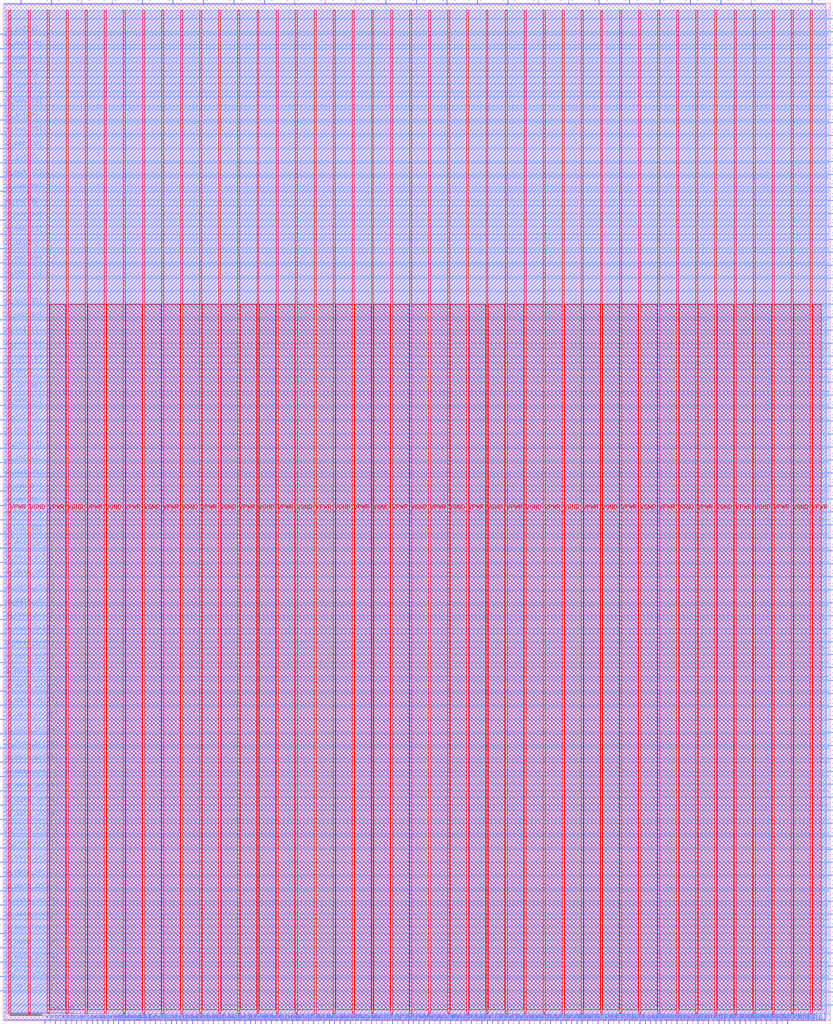
<source format=lef>
VERSION 5.7 ;
  NOWIREEXTENSIONATPIN ON ;
  DIVIDERCHAR "/" ;
  BUSBITCHARS "[]" ;
MACRO user_project
  CLASS BLOCK ;
  FOREIGN user_project ;
  ORIGIN 0.000 0.000 ;
  SIZE 1300.000 BY 1600.000 ;
  PIN VGND
    DIRECTION INOUT ;
    USE GROUND ;
    PORT
      LAYER met4 ;
        RECT 38.970 10.640 42.070 1588.720 ;
    END
    PORT
      LAYER met4 ;
        RECT 98.970 10.640 102.070 1588.720 ;
    END
    PORT
      LAYER met4 ;
        RECT 158.970 10.640 162.070 1588.720 ;
    END
    PORT
      LAYER met4 ;
        RECT 218.970 10.640 222.070 1588.720 ;
    END
    PORT
      LAYER met4 ;
        RECT 278.970 10.640 282.070 1588.720 ;
    END
    PORT
      LAYER met4 ;
        RECT 338.970 10.640 342.070 1588.720 ;
    END
    PORT
      LAYER met4 ;
        RECT 398.970 10.640 402.070 1588.720 ;
    END
    PORT
      LAYER met4 ;
        RECT 458.970 10.640 462.070 1588.720 ;
    END
    PORT
      LAYER met4 ;
        RECT 518.970 10.640 522.070 1588.720 ;
    END
    PORT
      LAYER met4 ;
        RECT 578.970 10.640 582.070 1588.720 ;
    END
    PORT
      LAYER met4 ;
        RECT 638.970 10.640 642.070 1588.720 ;
    END
    PORT
      LAYER met4 ;
        RECT 698.970 10.640 702.070 1588.720 ;
    END
    PORT
      LAYER met4 ;
        RECT 758.970 10.640 762.070 1588.720 ;
    END
    PORT
      LAYER met4 ;
        RECT 818.970 10.640 822.070 1588.720 ;
    END
    PORT
      LAYER met4 ;
        RECT 878.970 10.640 882.070 1588.720 ;
    END
    PORT
      LAYER met4 ;
        RECT 938.970 10.640 942.070 1588.720 ;
    END
    PORT
      LAYER met4 ;
        RECT 998.970 10.640 1002.070 1588.720 ;
    END
    PORT
      LAYER met4 ;
        RECT 1058.970 10.640 1062.070 1588.720 ;
    END
    PORT
      LAYER met4 ;
        RECT 1118.970 10.640 1122.070 1588.720 ;
    END
    PORT
      LAYER met4 ;
        RECT 1178.970 10.640 1182.070 1588.720 ;
    END
    PORT
      LAYER met4 ;
        RECT 1238.970 10.640 1242.070 1588.720 ;
    END
  END VGND
  PIN VPWR
    DIRECTION INOUT ;
    USE POWER ;
    PORT
      LAYER met4 ;
        RECT 8.970 10.640 12.070 1588.720 ;
    END
    PORT
      LAYER met4 ;
        RECT 68.970 10.640 72.070 1588.720 ;
    END
    PORT
      LAYER met4 ;
        RECT 128.970 10.640 132.070 1588.720 ;
    END
    PORT
      LAYER met4 ;
        RECT 188.970 10.640 192.070 1588.720 ;
    END
    PORT
      LAYER met4 ;
        RECT 248.970 10.640 252.070 1588.720 ;
    END
    PORT
      LAYER met4 ;
        RECT 308.970 10.640 312.070 1588.720 ;
    END
    PORT
      LAYER met4 ;
        RECT 368.970 10.640 372.070 1588.720 ;
    END
    PORT
      LAYER met4 ;
        RECT 428.970 10.640 432.070 1588.720 ;
    END
    PORT
      LAYER met4 ;
        RECT 488.970 10.640 492.070 1588.720 ;
    END
    PORT
      LAYER met4 ;
        RECT 548.970 10.640 552.070 1588.720 ;
    END
    PORT
      LAYER met4 ;
        RECT 608.970 10.640 612.070 1588.720 ;
    END
    PORT
      LAYER met4 ;
        RECT 668.970 10.640 672.070 1588.720 ;
    END
    PORT
      LAYER met4 ;
        RECT 728.970 10.640 732.070 1588.720 ;
    END
    PORT
      LAYER met4 ;
        RECT 788.970 10.640 792.070 1588.720 ;
    END
    PORT
      LAYER met4 ;
        RECT 848.970 10.640 852.070 1588.720 ;
    END
    PORT
      LAYER met4 ;
        RECT 908.970 10.640 912.070 1588.720 ;
    END
    PORT
      LAYER met4 ;
        RECT 968.970 10.640 972.070 1588.720 ;
    END
    PORT
      LAYER met4 ;
        RECT 1028.970 10.640 1032.070 1588.720 ;
    END
    PORT
      LAYER met4 ;
        RECT 1088.970 10.640 1092.070 1588.720 ;
    END
    PORT
      LAYER met4 ;
        RECT 1148.970 10.640 1152.070 1588.720 ;
    END
    PORT
      LAYER met4 ;
        RECT 1208.970 10.640 1212.070 1588.720 ;
    END
    PORT
      LAYER met4 ;
        RECT 1268.970 10.640 1272.070 1588.720 ;
    END
  END VPWR
  PIN io_in[0]
    DIRECTION INPUT ;
    USE SIGNAL ;
    PORT
      LAYER met3 ;
        RECT 1297.600 677.020 1304.800 678.220 ;
    END
  END io_in[0]
  PIN io_in[10]
    DIRECTION INPUT ;
    USE SIGNAL ;
    PORT
      LAYER met3 ;
        RECT 1297.600 1289.020 1304.800 1290.220 ;
    END
  END io_in[10]
  PIN io_in[11]
    DIRECTION INPUT ;
    USE SIGNAL ;
    PORT
      LAYER met3 ;
        RECT 1297.600 1350.220 1304.800 1351.420 ;
    END
  END io_in[11]
  PIN io_in[12]
    DIRECTION INPUT ;
    USE SIGNAL ;
    PORT
      LAYER met3 ;
        RECT 1297.600 1411.420 1304.800 1412.620 ;
    END
  END io_in[12]
  PIN io_in[13]
    DIRECTION INPUT ;
    USE SIGNAL ;
    PORT
      LAYER met3 ;
        RECT 1297.600 1472.620 1304.800 1473.820 ;
    END
  END io_in[13]
  PIN io_in[14]
    DIRECTION INPUT ;
    USE SIGNAL ;
    PORT
      LAYER met3 ;
        RECT 1297.600 1533.820 1304.800 1535.020 ;
    END
  END io_in[14]
  PIN io_in[15]
    DIRECTION INPUT ;
    USE SIGNAL ;
    PORT
      LAYER met2 ;
        RECT 1271.390 1597.600 1271.950 1604.800 ;
    END
  END io_in[15]
  PIN io_in[16]
    DIRECTION INPUT ;
    USE SIGNAL ;
    PORT
      LAYER met2 ;
        RECT 1127.870 1597.600 1128.430 1604.800 ;
    END
  END io_in[16]
  PIN io_in[17]
    DIRECTION INPUT ;
    USE SIGNAL ;
    PORT
      LAYER met2 ;
        RECT 984.350 1597.600 984.910 1604.800 ;
    END
  END io_in[17]
  PIN io_in[18]
    DIRECTION INPUT ;
    USE SIGNAL ;
    PORT
      LAYER met2 ;
        RECT 840.830 1597.600 841.390 1604.800 ;
    END
  END io_in[18]
  PIN io_in[19]
    DIRECTION INPUT ;
    USE SIGNAL ;
    PORT
      LAYER met2 ;
        RECT 697.310 1597.600 697.870 1604.800 ;
    END
  END io_in[19]
  PIN io_in[1]
    DIRECTION INPUT ;
    USE SIGNAL ;
    PORT
      LAYER met3 ;
        RECT 1297.600 738.220 1304.800 739.420 ;
    END
  END io_in[1]
  PIN io_in[20]
    DIRECTION INPUT ;
    USE SIGNAL ;
    PORT
      LAYER met2 ;
        RECT 553.790 1597.600 554.350 1604.800 ;
    END
  END io_in[20]
  PIN io_in[21]
    DIRECTION INPUT ;
    USE SIGNAL ;
    PORT
      LAYER met2 ;
        RECT 410.270 1597.600 410.830 1604.800 ;
    END
  END io_in[21]
  PIN io_in[22]
    DIRECTION INPUT ;
    USE SIGNAL ;
    PORT
      LAYER met2 ;
        RECT 266.750 1597.600 267.310 1604.800 ;
    END
  END io_in[22]
  PIN io_in[23]
    DIRECTION INPUT ;
    USE SIGNAL ;
    PORT
      LAYER met2 ;
        RECT 123.230 1597.600 123.790 1604.800 ;
    END
  END io_in[23]
  PIN io_in[24]
    DIRECTION INPUT ;
    USE SIGNAL ;
    PORT
      LAYER met3 ;
        RECT -4.800 1550.140 2.400 1551.340 ;
    END
  END io_in[24]
  PIN io_in[25]
    DIRECTION INPUT ;
    USE SIGNAL ;
    PORT
      LAYER met3 ;
        RECT -4.800 1482.820 2.400 1484.020 ;
    END
  END io_in[25]
  PIN io_in[26]
    DIRECTION INPUT ;
    USE SIGNAL ;
    PORT
      LAYER met3 ;
        RECT -4.800 1415.500 2.400 1416.700 ;
    END
  END io_in[26]
  PIN io_in[27]
    DIRECTION INPUT ;
    USE SIGNAL ;
    PORT
      LAYER met3 ;
        RECT -4.800 1348.180 2.400 1349.380 ;
    END
  END io_in[27]
  PIN io_in[28]
    DIRECTION INPUT ;
    USE SIGNAL ;
    PORT
      LAYER met3 ;
        RECT -4.800 1280.860 2.400 1282.060 ;
    END
  END io_in[28]
  PIN io_in[29]
    DIRECTION INPUT ;
    USE SIGNAL ;
    PORT
      LAYER met3 ;
        RECT -4.800 1213.540 2.400 1214.740 ;
    END
  END io_in[29]
  PIN io_in[2]
    DIRECTION INPUT ;
    USE SIGNAL ;
    PORT
      LAYER met3 ;
        RECT 1297.600 799.420 1304.800 800.620 ;
    END
  END io_in[2]
  PIN io_in[30]
    DIRECTION INPUT ;
    USE SIGNAL ;
    PORT
      LAYER met3 ;
        RECT -4.800 1146.220 2.400 1147.420 ;
    END
  END io_in[30]
  PIN io_in[31]
    DIRECTION INPUT ;
    USE SIGNAL ;
    PORT
      LAYER met3 ;
        RECT -4.800 1078.900 2.400 1080.100 ;
    END
  END io_in[31]
  PIN io_in[32]
    DIRECTION INPUT ;
    USE SIGNAL ;
    PORT
      LAYER met3 ;
        RECT -4.800 1011.580 2.400 1012.780 ;
    END
  END io_in[32]
  PIN io_in[33]
    DIRECTION INPUT ;
    USE SIGNAL ;
    PORT
      LAYER met3 ;
        RECT -4.800 944.260 2.400 945.460 ;
    END
  END io_in[33]
  PIN io_in[34]
    DIRECTION INPUT ;
    USE SIGNAL ;
    PORT
      LAYER met3 ;
        RECT -4.800 876.940 2.400 878.140 ;
    END
  END io_in[34]
  PIN io_in[35]
    DIRECTION INPUT ;
    USE SIGNAL ;
    PORT
      LAYER met3 ;
        RECT -4.800 809.620 2.400 810.820 ;
    END
  END io_in[35]
  PIN io_in[3]
    DIRECTION INPUT ;
    USE SIGNAL ;
    PORT
      LAYER met3 ;
        RECT 1297.600 860.620 1304.800 861.820 ;
    END
  END io_in[3]
  PIN io_in[4]
    DIRECTION INPUT ;
    USE SIGNAL ;
    PORT
      LAYER met3 ;
        RECT 1297.600 921.820 1304.800 923.020 ;
    END
  END io_in[4]
  PIN io_in[5]
    DIRECTION INPUT ;
    USE SIGNAL ;
    PORT
      LAYER met3 ;
        RECT 1297.600 983.020 1304.800 984.220 ;
    END
  END io_in[5]
  PIN io_in[6]
    DIRECTION INPUT ;
    USE SIGNAL ;
    PORT
      LAYER met3 ;
        RECT 1297.600 1044.220 1304.800 1045.420 ;
    END
  END io_in[6]
  PIN io_in[7]
    DIRECTION INPUT ;
    USE SIGNAL ;
    PORT
      LAYER met3 ;
        RECT 1297.600 1105.420 1304.800 1106.620 ;
    END
  END io_in[7]
  PIN io_in[8]
    DIRECTION INPUT ;
    USE SIGNAL ;
    PORT
      LAYER met3 ;
        RECT 1297.600 1166.620 1304.800 1167.820 ;
    END
  END io_in[8]
  PIN io_in[9]
    DIRECTION INPUT ;
    USE SIGNAL ;
    PORT
      LAYER met3 ;
        RECT 1297.600 1227.820 1304.800 1229.020 ;
    END
  END io_in[9]
  PIN io_oeb[0]
    DIRECTION OUTPUT ;
    USE SIGNAL ;
    ANTENNADIFFAREA 2.673000 ;
    PORT
      LAYER met3 ;
        RECT 1297.600 717.820 1304.800 719.020 ;
    END
  END io_oeb[0]
  PIN io_oeb[10]
    DIRECTION OUTPUT ;
    USE SIGNAL ;
    ANTENNADIFFAREA 2.673000 ;
    PORT
      LAYER met3 ;
        RECT 1297.600 1329.820 1304.800 1331.020 ;
    END
  END io_oeb[10]
  PIN io_oeb[11]
    DIRECTION OUTPUT ;
    USE SIGNAL ;
    ANTENNADIFFAREA 2.673000 ;
    PORT
      LAYER met3 ;
        RECT 1297.600 1391.020 1304.800 1392.220 ;
    END
  END io_oeb[11]
  PIN io_oeb[12]
    DIRECTION OUTPUT ;
    USE SIGNAL ;
    ANTENNADIFFAREA 2.673000 ;
    PORT
      LAYER met3 ;
        RECT 1297.600 1452.220 1304.800 1453.420 ;
    END
  END io_oeb[12]
  PIN io_oeb[13]
    DIRECTION OUTPUT ;
    USE SIGNAL ;
    ANTENNADIFFAREA 2.673000 ;
    PORT
      LAYER met3 ;
        RECT 1297.600 1513.420 1304.800 1514.620 ;
    END
  END io_oeb[13]
  PIN io_oeb[14]
    DIRECTION OUTPUT ;
    USE SIGNAL ;
    ANTENNADIFFAREA 2.673000 ;
    PORT
      LAYER met3 ;
        RECT 1297.600 1574.620 1304.800 1575.820 ;
    END
  END io_oeb[14]
  PIN io_oeb[15]
    DIRECTION OUTPUT ;
    USE SIGNAL ;
    ANTENNADIFFAREA 2.673000 ;
    PORT
      LAYER met2 ;
        RECT 1175.710 1597.600 1176.270 1604.800 ;
    END
  END io_oeb[15]
  PIN io_oeb[16]
    DIRECTION OUTPUT ;
    USE SIGNAL ;
    ANTENNADIFFAREA 2.673000 ;
    PORT
      LAYER met2 ;
        RECT 1032.190 1597.600 1032.750 1604.800 ;
    END
  END io_oeb[16]
  PIN io_oeb[17]
    DIRECTION OUTPUT ;
    USE SIGNAL ;
    ANTENNADIFFAREA 2.673000 ;
    PORT
      LAYER met2 ;
        RECT 888.670 1597.600 889.230 1604.800 ;
    END
  END io_oeb[17]
  PIN io_oeb[18]
    DIRECTION OUTPUT ;
    USE SIGNAL ;
    ANTENNADIFFAREA 2.673000 ;
    PORT
      LAYER met2 ;
        RECT 745.150 1597.600 745.710 1604.800 ;
    END
  END io_oeb[18]
  PIN io_oeb[19]
    DIRECTION OUTPUT ;
    USE SIGNAL ;
    ANTENNADIFFAREA 2.673000 ;
    PORT
      LAYER met2 ;
        RECT 601.630 1597.600 602.190 1604.800 ;
    END
  END io_oeb[19]
  PIN io_oeb[1]
    DIRECTION OUTPUT ;
    USE SIGNAL ;
    ANTENNADIFFAREA 2.673000 ;
    PORT
      LAYER met3 ;
        RECT 1297.600 779.020 1304.800 780.220 ;
    END
  END io_oeb[1]
  PIN io_oeb[20]
    DIRECTION OUTPUT ;
    USE SIGNAL ;
    ANTENNADIFFAREA 2.673000 ;
    PORT
      LAYER met2 ;
        RECT 458.110 1597.600 458.670 1604.800 ;
    END
  END io_oeb[20]
  PIN io_oeb[21]
    DIRECTION OUTPUT ;
    USE SIGNAL ;
    ANTENNADIFFAREA 2.673000 ;
    PORT
      LAYER met2 ;
        RECT 314.590 1597.600 315.150 1604.800 ;
    END
  END io_oeb[21]
  PIN io_oeb[22]
    DIRECTION OUTPUT ;
    USE SIGNAL ;
    ANTENNADIFFAREA 2.673000 ;
    PORT
      LAYER met2 ;
        RECT 171.070 1597.600 171.630 1604.800 ;
    END
  END io_oeb[22]
  PIN io_oeb[23]
    DIRECTION OUTPUT ;
    USE SIGNAL ;
    ANTENNADIFFAREA 2.673000 ;
    PORT
      LAYER met2 ;
        RECT 27.550 1597.600 28.110 1604.800 ;
    END
  END io_oeb[23]
  PIN io_oeb[24]
    DIRECTION OUTPUT ;
    USE SIGNAL ;
    ANTENNADIFFAREA 2.673000 ;
    PORT
      LAYER met3 ;
        RECT -4.800 1505.260 2.400 1506.460 ;
    END
  END io_oeb[24]
  PIN io_oeb[25]
    DIRECTION OUTPUT ;
    USE SIGNAL ;
    ANTENNADIFFAREA 2.673000 ;
    PORT
      LAYER met3 ;
        RECT -4.800 1437.940 2.400 1439.140 ;
    END
  END io_oeb[25]
  PIN io_oeb[26]
    DIRECTION OUTPUT ;
    USE SIGNAL ;
    ANTENNADIFFAREA 2.673000 ;
    PORT
      LAYER met3 ;
        RECT -4.800 1370.620 2.400 1371.820 ;
    END
  END io_oeb[26]
  PIN io_oeb[27]
    DIRECTION OUTPUT ;
    USE SIGNAL ;
    ANTENNADIFFAREA 2.673000 ;
    PORT
      LAYER met3 ;
        RECT -4.800 1303.300 2.400 1304.500 ;
    END
  END io_oeb[27]
  PIN io_oeb[28]
    DIRECTION OUTPUT ;
    USE SIGNAL ;
    ANTENNADIFFAREA 2.673000 ;
    PORT
      LAYER met3 ;
        RECT -4.800 1235.980 2.400 1237.180 ;
    END
  END io_oeb[28]
  PIN io_oeb[29]
    DIRECTION OUTPUT ;
    USE SIGNAL ;
    ANTENNADIFFAREA 2.673000 ;
    PORT
      LAYER met3 ;
        RECT -4.800 1168.660 2.400 1169.860 ;
    END
  END io_oeb[29]
  PIN io_oeb[2]
    DIRECTION OUTPUT ;
    USE SIGNAL ;
    ANTENNADIFFAREA 2.673000 ;
    PORT
      LAYER met3 ;
        RECT 1297.600 840.220 1304.800 841.420 ;
    END
  END io_oeb[2]
  PIN io_oeb[30]
    DIRECTION OUTPUT ;
    USE SIGNAL ;
    PORT
      LAYER met3 ;
        RECT -4.800 1101.340 2.400 1102.540 ;
    END
  END io_oeb[30]
  PIN io_oeb[31]
    DIRECTION OUTPUT ;
    USE SIGNAL ;
    PORT
      LAYER met3 ;
        RECT -4.800 1034.020 2.400 1035.220 ;
    END
  END io_oeb[31]
  PIN io_oeb[32]
    DIRECTION OUTPUT ;
    USE SIGNAL ;
    PORT
      LAYER met3 ;
        RECT -4.800 966.700 2.400 967.900 ;
    END
  END io_oeb[32]
  PIN io_oeb[33]
    DIRECTION OUTPUT ;
    USE SIGNAL ;
    PORT
      LAYER met3 ;
        RECT -4.800 899.380 2.400 900.580 ;
    END
  END io_oeb[33]
  PIN io_oeb[34]
    DIRECTION OUTPUT ;
    USE SIGNAL ;
    PORT
      LAYER met3 ;
        RECT -4.800 832.060 2.400 833.260 ;
    END
  END io_oeb[34]
  PIN io_oeb[35]
    DIRECTION OUTPUT ;
    USE SIGNAL ;
    PORT
      LAYER met3 ;
        RECT -4.800 764.740 2.400 765.940 ;
    END
  END io_oeb[35]
  PIN io_oeb[3]
    DIRECTION OUTPUT ;
    USE SIGNAL ;
    ANTENNADIFFAREA 2.673000 ;
    PORT
      LAYER met3 ;
        RECT 1297.600 901.420 1304.800 902.620 ;
    END
  END io_oeb[3]
  PIN io_oeb[4]
    DIRECTION OUTPUT ;
    USE SIGNAL ;
    ANTENNADIFFAREA 2.673000 ;
    PORT
      LAYER met3 ;
        RECT 1297.600 962.620 1304.800 963.820 ;
    END
  END io_oeb[4]
  PIN io_oeb[5]
    DIRECTION OUTPUT ;
    USE SIGNAL ;
    ANTENNADIFFAREA 2.673000 ;
    PORT
      LAYER met3 ;
        RECT 1297.600 1023.820 1304.800 1025.020 ;
    END
  END io_oeb[5]
  PIN io_oeb[6]
    DIRECTION OUTPUT ;
    USE SIGNAL ;
    ANTENNADIFFAREA 2.673000 ;
    PORT
      LAYER met3 ;
        RECT 1297.600 1085.020 1304.800 1086.220 ;
    END
  END io_oeb[6]
  PIN io_oeb[7]
    DIRECTION OUTPUT ;
    USE SIGNAL ;
    ANTENNADIFFAREA 2.673000 ;
    PORT
      LAYER met3 ;
        RECT 1297.600 1146.220 1304.800 1147.420 ;
    END
  END io_oeb[7]
  PIN io_oeb[8]
    DIRECTION OUTPUT ;
    USE SIGNAL ;
    ANTENNADIFFAREA 2.673000 ;
    PORT
      LAYER met3 ;
        RECT 1297.600 1207.420 1304.800 1208.620 ;
    END
  END io_oeb[8]
  PIN io_oeb[9]
    DIRECTION OUTPUT ;
    USE SIGNAL ;
    ANTENNADIFFAREA 2.673000 ;
    PORT
      LAYER met3 ;
        RECT 1297.600 1268.620 1304.800 1269.820 ;
    END
  END io_oeb[9]
  PIN io_out[0]
    DIRECTION OUTPUT ;
    USE SIGNAL ;
    ANTENNADIFFAREA 2.673000 ;
    PORT
      LAYER met3 ;
        RECT 1297.600 697.420 1304.800 698.620 ;
    END
  END io_out[0]
  PIN io_out[10]
    DIRECTION OUTPUT ;
    USE SIGNAL ;
    ANTENNADIFFAREA 2.673000 ;
    PORT
      LAYER met3 ;
        RECT 1297.600 1309.420 1304.800 1310.620 ;
    END
  END io_out[10]
  PIN io_out[11]
    DIRECTION OUTPUT ;
    USE SIGNAL ;
    ANTENNADIFFAREA 2.673000 ;
    PORT
      LAYER met3 ;
        RECT 1297.600 1370.620 1304.800 1371.820 ;
    END
  END io_out[11]
  PIN io_out[12]
    DIRECTION OUTPUT ;
    USE SIGNAL ;
    ANTENNADIFFAREA 2.673000 ;
    PORT
      LAYER met3 ;
        RECT 1297.600 1431.820 1304.800 1433.020 ;
    END
  END io_out[12]
  PIN io_out[13]
    DIRECTION OUTPUT ;
    USE SIGNAL ;
    ANTENNADIFFAREA 2.673000 ;
    PORT
      LAYER met3 ;
        RECT 1297.600 1493.020 1304.800 1494.220 ;
    END
  END io_out[13]
  PIN io_out[14]
    DIRECTION OUTPUT ;
    USE SIGNAL ;
    ANTENNADIFFAREA 2.673000 ;
    PORT
      LAYER met3 ;
        RECT 1297.600 1554.220 1304.800 1555.420 ;
    END
  END io_out[14]
  PIN io_out[15]
    DIRECTION OUTPUT ;
    USE SIGNAL ;
    ANTENNADIFFAREA 2.673000 ;
    PORT
      LAYER met2 ;
        RECT 1223.550 1597.600 1224.110 1604.800 ;
    END
  END io_out[15]
  PIN io_out[16]
    DIRECTION OUTPUT ;
    USE SIGNAL ;
    ANTENNADIFFAREA 2.673000 ;
    PORT
      LAYER met2 ;
        RECT 1080.030 1597.600 1080.590 1604.800 ;
    END
  END io_out[16]
  PIN io_out[17]
    DIRECTION OUTPUT ;
    USE SIGNAL ;
    ANTENNADIFFAREA 2.673000 ;
    PORT
      LAYER met2 ;
        RECT 936.510 1597.600 937.070 1604.800 ;
    END
  END io_out[17]
  PIN io_out[18]
    DIRECTION OUTPUT ;
    USE SIGNAL ;
    ANTENNADIFFAREA 2.673000 ;
    PORT
      LAYER met2 ;
        RECT 792.990 1597.600 793.550 1604.800 ;
    END
  END io_out[18]
  PIN io_out[19]
    DIRECTION OUTPUT ;
    USE SIGNAL ;
    ANTENNADIFFAREA 2.673000 ;
    PORT
      LAYER met2 ;
        RECT 649.470 1597.600 650.030 1604.800 ;
    END
  END io_out[19]
  PIN io_out[1]
    DIRECTION OUTPUT ;
    USE SIGNAL ;
    ANTENNADIFFAREA 2.673000 ;
    PORT
      LAYER met3 ;
        RECT 1297.600 758.620 1304.800 759.820 ;
    END
  END io_out[1]
  PIN io_out[20]
    DIRECTION OUTPUT ;
    USE SIGNAL ;
    ANTENNADIFFAREA 2.673000 ;
    PORT
      LAYER met2 ;
        RECT 505.950 1597.600 506.510 1604.800 ;
    END
  END io_out[20]
  PIN io_out[21]
    DIRECTION OUTPUT ;
    USE SIGNAL ;
    ANTENNADIFFAREA 2.673000 ;
    PORT
      LAYER met2 ;
        RECT 362.430 1597.600 362.990 1604.800 ;
    END
  END io_out[21]
  PIN io_out[22]
    DIRECTION OUTPUT ;
    USE SIGNAL ;
    ANTENNADIFFAREA 2.673000 ;
    PORT
      LAYER met2 ;
        RECT 218.910 1597.600 219.470 1604.800 ;
    END
  END io_out[22]
  PIN io_out[23]
    DIRECTION OUTPUT ;
    USE SIGNAL ;
    ANTENNADIFFAREA 2.673000 ;
    PORT
      LAYER met2 ;
        RECT 75.390 1597.600 75.950 1604.800 ;
    END
  END io_out[23]
  PIN io_out[24]
    DIRECTION OUTPUT ;
    USE SIGNAL ;
    ANTENNADIFFAREA 2.673000 ;
    PORT
      LAYER met3 ;
        RECT -4.800 1527.700 2.400 1528.900 ;
    END
  END io_out[24]
  PIN io_out[25]
    DIRECTION OUTPUT ;
    USE SIGNAL ;
    ANTENNADIFFAREA 2.673000 ;
    PORT
      LAYER met3 ;
        RECT -4.800 1460.380 2.400 1461.580 ;
    END
  END io_out[25]
  PIN io_out[26]
    DIRECTION OUTPUT ;
    USE SIGNAL ;
    ANTENNADIFFAREA 2.673000 ;
    PORT
      LAYER met3 ;
        RECT -4.800 1393.060 2.400 1394.260 ;
    END
  END io_out[26]
  PIN io_out[27]
    DIRECTION OUTPUT ;
    USE SIGNAL ;
    ANTENNADIFFAREA 2.673000 ;
    PORT
      LAYER met3 ;
        RECT -4.800 1325.740 2.400 1326.940 ;
    END
  END io_out[27]
  PIN io_out[28]
    DIRECTION OUTPUT ;
    USE SIGNAL ;
    ANTENNADIFFAREA 2.673000 ;
    PORT
      LAYER met3 ;
        RECT -4.800 1258.420 2.400 1259.620 ;
    END
  END io_out[28]
  PIN io_out[29]
    DIRECTION OUTPUT ;
    USE SIGNAL ;
    ANTENNADIFFAREA 2.673000 ;
    PORT
      LAYER met3 ;
        RECT -4.800 1191.100 2.400 1192.300 ;
    END
  END io_out[29]
  PIN io_out[2]
    DIRECTION OUTPUT ;
    USE SIGNAL ;
    ANTENNADIFFAREA 2.673000 ;
    PORT
      LAYER met3 ;
        RECT 1297.600 819.820 1304.800 821.020 ;
    END
  END io_out[2]
  PIN io_out[30]
    DIRECTION OUTPUT ;
    USE SIGNAL ;
    PORT
      LAYER met3 ;
        RECT -4.800 1123.780 2.400 1124.980 ;
    END
  END io_out[30]
  PIN io_out[31]
    DIRECTION OUTPUT ;
    USE SIGNAL ;
    PORT
      LAYER met3 ;
        RECT -4.800 1056.460 2.400 1057.660 ;
    END
  END io_out[31]
  PIN io_out[32]
    DIRECTION OUTPUT ;
    USE SIGNAL ;
    PORT
      LAYER met3 ;
        RECT -4.800 989.140 2.400 990.340 ;
    END
  END io_out[32]
  PIN io_out[33]
    DIRECTION OUTPUT ;
    USE SIGNAL ;
    PORT
      LAYER met3 ;
        RECT -4.800 921.820 2.400 923.020 ;
    END
  END io_out[33]
  PIN io_out[34]
    DIRECTION OUTPUT ;
    USE SIGNAL ;
    PORT
      LAYER met3 ;
        RECT -4.800 854.500 2.400 855.700 ;
    END
  END io_out[34]
  PIN io_out[35]
    DIRECTION OUTPUT ;
    USE SIGNAL ;
    PORT
      LAYER met3 ;
        RECT -4.800 787.180 2.400 788.380 ;
    END
  END io_out[35]
  PIN io_out[3]
    DIRECTION OUTPUT ;
    USE SIGNAL ;
    ANTENNADIFFAREA 2.673000 ;
    PORT
      LAYER met3 ;
        RECT 1297.600 881.020 1304.800 882.220 ;
    END
  END io_out[3]
  PIN io_out[4]
    DIRECTION OUTPUT ;
    USE SIGNAL ;
    ANTENNADIFFAREA 2.673000 ;
    PORT
      LAYER met3 ;
        RECT 1297.600 942.220 1304.800 943.420 ;
    END
  END io_out[4]
  PIN io_out[5]
    DIRECTION OUTPUT ;
    USE SIGNAL ;
    ANTENNADIFFAREA 2.673000 ;
    PORT
      LAYER met3 ;
        RECT 1297.600 1003.420 1304.800 1004.620 ;
    END
  END io_out[5]
  PIN io_out[6]
    DIRECTION OUTPUT ;
    USE SIGNAL ;
    ANTENNADIFFAREA 2.673000 ;
    PORT
      LAYER met3 ;
        RECT 1297.600 1064.620 1304.800 1065.820 ;
    END
  END io_out[6]
  PIN io_out[7]
    DIRECTION OUTPUT ;
    USE SIGNAL ;
    ANTENNADIFFAREA 2.673000 ;
    PORT
      LAYER met3 ;
        RECT 1297.600 1125.820 1304.800 1127.020 ;
    END
  END io_out[7]
  PIN io_out[8]
    DIRECTION OUTPUT ;
    USE SIGNAL ;
    ANTENNADIFFAREA 2.673000 ;
    PORT
      LAYER met3 ;
        RECT 1297.600 1187.020 1304.800 1188.220 ;
    END
  END io_out[8]
  PIN io_out[9]
    DIRECTION OUTPUT ;
    USE SIGNAL ;
    ANTENNADIFFAREA 2.673000 ;
    PORT
      LAYER met3 ;
        RECT 1297.600 1248.220 1304.800 1249.420 ;
    END
  END io_out[9]
  PIN la_data_in[0]
    DIRECTION INPUT ;
    USE SIGNAL ;
    ANTENNAGATEAREA 0.126000 ;
    PORT
      LAYER met3 ;
        RECT -4.800 742.300 2.400 743.500 ;
    END
  END la_data_in[0]
  PIN la_data_in[10]
    DIRECTION INPUT ;
    USE SIGNAL ;
    ANTENNAGATEAREA 0.126000 ;
    PORT
      LAYER met3 ;
        RECT -4.800 517.900 2.400 519.100 ;
    END
  END la_data_in[10]
  PIN la_data_in[11]
    DIRECTION INPUT ;
    USE SIGNAL ;
    ANTENNAGATEAREA 0.126000 ;
    PORT
      LAYER met3 ;
        RECT -4.800 495.460 2.400 496.660 ;
    END
  END la_data_in[11]
  PIN la_data_in[12]
    DIRECTION INPUT ;
    USE SIGNAL ;
    ANTENNAGATEAREA 0.126000 ;
    PORT
      LAYER met3 ;
        RECT -4.800 473.020 2.400 474.220 ;
    END
  END la_data_in[12]
  PIN la_data_in[13]
    DIRECTION INPUT ;
    USE SIGNAL ;
    ANTENNAGATEAREA 0.126000 ;
    PORT
      LAYER met3 ;
        RECT -4.800 450.580 2.400 451.780 ;
    END
  END la_data_in[13]
  PIN la_data_in[14]
    DIRECTION INPUT ;
    USE SIGNAL ;
    ANTENNAGATEAREA 0.126000 ;
    PORT
      LAYER met3 ;
        RECT -4.800 428.140 2.400 429.340 ;
    END
  END la_data_in[14]
  PIN la_data_in[15]
    DIRECTION INPUT ;
    USE SIGNAL ;
    ANTENNAGATEAREA 0.126000 ;
    PORT
      LAYER met3 ;
        RECT -4.800 405.700 2.400 406.900 ;
    END
  END la_data_in[15]
  PIN la_data_in[16]
    DIRECTION INPUT ;
    USE SIGNAL ;
    ANTENNAGATEAREA 0.126000 ;
    PORT
      LAYER met3 ;
        RECT -4.800 383.260 2.400 384.460 ;
    END
  END la_data_in[16]
  PIN la_data_in[17]
    DIRECTION INPUT ;
    USE SIGNAL ;
    ANTENNAGATEAREA 0.126000 ;
    PORT
      LAYER met3 ;
        RECT -4.800 360.820 2.400 362.020 ;
    END
  END la_data_in[17]
  PIN la_data_in[18]
    DIRECTION INPUT ;
    USE SIGNAL ;
    ANTENNAGATEAREA 0.126000 ;
    PORT
      LAYER met3 ;
        RECT -4.800 338.380 2.400 339.580 ;
    END
  END la_data_in[18]
  PIN la_data_in[19]
    DIRECTION INPUT ;
    USE SIGNAL ;
    ANTENNAGATEAREA 0.126000 ;
    PORT
      LAYER met3 ;
        RECT -4.800 315.940 2.400 317.140 ;
    END
  END la_data_in[19]
  PIN la_data_in[1]
    DIRECTION INPUT ;
    USE SIGNAL ;
    ANTENNAGATEAREA 0.126000 ;
    PORT
      LAYER met3 ;
        RECT -4.800 719.860 2.400 721.060 ;
    END
  END la_data_in[1]
  PIN la_data_in[20]
    DIRECTION INPUT ;
    USE SIGNAL ;
    ANTENNAGATEAREA 0.126000 ;
    PORT
      LAYER met3 ;
        RECT -4.800 293.500 2.400 294.700 ;
    END
  END la_data_in[20]
  PIN la_data_in[21]
    DIRECTION INPUT ;
    USE SIGNAL ;
    ANTENNAGATEAREA 0.126000 ;
    PORT
      LAYER met3 ;
        RECT -4.800 271.060 2.400 272.260 ;
    END
  END la_data_in[21]
  PIN la_data_in[22]
    DIRECTION INPUT ;
    USE SIGNAL ;
    ANTENNAGATEAREA 0.126000 ;
    PORT
      LAYER met3 ;
        RECT -4.800 248.620 2.400 249.820 ;
    END
  END la_data_in[22]
  PIN la_data_in[23]
    DIRECTION INPUT ;
    USE SIGNAL ;
    ANTENNAGATEAREA 0.126000 ;
    PORT
      LAYER met3 ;
        RECT -4.800 226.180 2.400 227.380 ;
    END
  END la_data_in[23]
  PIN la_data_in[24]
    DIRECTION INPUT ;
    USE SIGNAL ;
    ANTENNAGATEAREA 0.126000 ;
    PORT
      LAYER met3 ;
        RECT -4.800 203.740 2.400 204.940 ;
    END
  END la_data_in[24]
  PIN la_data_in[25]
    DIRECTION INPUT ;
    USE SIGNAL ;
    ANTENNAGATEAREA 0.126000 ;
    PORT
      LAYER met3 ;
        RECT -4.800 181.300 2.400 182.500 ;
    END
  END la_data_in[25]
  PIN la_data_in[26]
    DIRECTION INPUT ;
    USE SIGNAL ;
    ANTENNAGATEAREA 0.126000 ;
    PORT
      LAYER met3 ;
        RECT -4.800 158.860 2.400 160.060 ;
    END
  END la_data_in[26]
  PIN la_data_in[27]
    DIRECTION INPUT ;
    USE SIGNAL ;
    ANTENNAGATEAREA 0.126000 ;
    PORT
      LAYER met3 ;
        RECT -4.800 136.420 2.400 137.620 ;
    END
  END la_data_in[27]
  PIN la_data_in[28]
    DIRECTION INPUT ;
    USE SIGNAL ;
    ANTENNAGATEAREA 0.126000 ;
    PORT
      LAYER met3 ;
        RECT -4.800 113.980 2.400 115.180 ;
    END
  END la_data_in[28]
  PIN la_data_in[29]
    DIRECTION INPUT ;
    USE SIGNAL ;
    ANTENNAGATEAREA 0.126000 ;
    PORT
      LAYER met3 ;
        RECT -4.800 91.540 2.400 92.740 ;
    END
  END la_data_in[29]
  PIN la_data_in[2]
    DIRECTION INPUT ;
    USE SIGNAL ;
    ANTENNAGATEAREA 0.126000 ;
    PORT
      LAYER met3 ;
        RECT -4.800 697.420 2.400 698.620 ;
    END
  END la_data_in[2]
  PIN la_data_in[30]
    DIRECTION INPUT ;
    USE SIGNAL ;
    ANTENNAGATEAREA 0.196500 ;
    PORT
      LAYER met3 ;
        RECT -4.800 69.100 2.400 70.300 ;
    END
  END la_data_in[30]
  PIN la_data_in[31]
    DIRECTION INPUT ;
    USE SIGNAL ;
    ANTENNAGATEAREA 0.126000 ;
    PORT
      LAYER met3 ;
        RECT -4.800 46.660 2.400 47.860 ;
    END
  END la_data_in[31]
  PIN la_data_in[3]
    DIRECTION INPUT ;
    USE SIGNAL ;
    ANTENNAGATEAREA 0.126000 ;
    PORT
      LAYER met3 ;
        RECT -4.800 674.980 2.400 676.180 ;
    END
  END la_data_in[3]
  PIN la_data_in[4]
    DIRECTION INPUT ;
    USE SIGNAL ;
    ANTENNAGATEAREA 0.126000 ;
    PORT
      LAYER met3 ;
        RECT -4.800 652.540 2.400 653.740 ;
    END
  END la_data_in[4]
  PIN la_data_in[5]
    DIRECTION INPUT ;
    USE SIGNAL ;
    ANTENNAGATEAREA 0.126000 ;
    PORT
      LAYER met3 ;
        RECT -4.800 630.100 2.400 631.300 ;
    END
  END la_data_in[5]
  PIN la_data_in[6]
    DIRECTION INPUT ;
    USE SIGNAL ;
    ANTENNAGATEAREA 0.126000 ;
    PORT
      LAYER met3 ;
        RECT -4.800 607.660 2.400 608.860 ;
    END
  END la_data_in[6]
  PIN la_data_in[7]
    DIRECTION INPUT ;
    USE SIGNAL ;
    ANTENNAGATEAREA 0.126000 ;
    PORT
      LAYER met3 ;
        RECT -4.800 585.220 2.400 586.420 ;
    END
  END la_data_in[7]
  PIN la_data_in[8]
    DIRECTION INPUT ;
    USE SIGNAL ;
    ANTENNAGATEAREA 0.126000 ;
    PORT
      LAYER met3 ;
        RECT -4.800 562.780 2.400 563.980 ;
    END
  END la_data_in[8]
  PIN la_data_in[9]
    DIRECTION INPUT ;
    USE SIGNAL ;
    ANTENNAGATEAREA 0.126000 ;
    PORT
      LAYER met3 ;
        RECT -4.800 540.340 2.400 541.540 ;
    END
  END la_data_in[9]
  PIN la_data_out[0]
    DIRECTION OUTPUT ;
    USE SIGNAL ;
    PORT
      LAYER met2 ;
        RECT 942.950 -4.800 943.510 2.400 ;
    END
  END la_data_out[0]
  PIN la_data_out[10]
    DIRECTION OUTPUT ;
    USE SIGNAL ;
    PORT
      LAYER met2 ;
        RECT 1025.750 -4.800 1026.310 2.400 ;
    END
  END la_data_out[10]
  PIN la_data_out[11]
    DIRECTION OUTPUT ;
    USE SIGNAL ;
    PORT
      LAYER met2 ;
        RECT 1034.030 -4.800 1034.590 2.400 ;
    END
  END la_data_out[11]
  PIN la_data_out[12]
    DIRECTION OUTPUT ;
    USE SIGNAL ;
    PORT
      LAYER met2 ;
        RECT 1042.310 -4.800 1042.870 2.400 ;
    END
  END la_data_out[12]
  PIN la_data_out[13]
    DIRECTION OUTPUT ;
    USE SIGNAL ;
    PORT
      LAYER met2 ;
        RECT 1050.590 -4.800 1051.150 2.400 ;
    END
  END la_data_out[13]
  PIN la_data_out[14]
    DIRECTION OUTPUT ;
    USE SIGNAL ;
    PORT
      LAYER met2 ;
        RECT 1058.870 -4.800 1059.430 2.400 ;
    END
  END la_data_out[14]
  PIN la_data_out[15]
    DIRECTION OUTPUT ;
    USE SIGNAL ;
    PORT
      LAYER met2 ;
        RECT 1067.150 -4.800 1067.710 2.400 ;
    END
  END la_data_out[15]
  PIN la_data_out[16]
    DIRECTION OUTPUT ;
    USE SIGNAL ;
    PORT
      LAYER met2 ;
        RECT 1075.430 -4.800 1075.990 2.400 ;
    END
  END la_data_out[16]
  PIN la_data_out[17]
    DIRECTION OUTPUT ;
    USE SIGNAL ;
    PORT
      LAYER met2 ;
        RECT 1083.710 -4.800 1084.270 2.400 ;
    END
  END la_data_out[17]
  PIN la_data_out[18]
    DIRECTION OUTPUT ;
    USE SIGNAL ;
    PORT
      LAYER met2 ;
        RECT 1091.990 -4.800 1092.550 2.400 ;
    END
  END la_data_out[18]
  PIN la_data_out[19]
    DIRECTION OUTPUT ;
    USE SIGNAL ;
    PORT
      LAYER met2 ;
        RECT 1100.270 -4.800 1100.830 2.400 ;
    END
  END la_data_out[19]
  PIN la_data_out[1]
    DIRECTION OUTPUT ;
    USE SIGNAL ;
    PORT
      LAYER met2 ;
        RECT 951.230 -4.800 951.790 2.400 ;
    END
  END la_data_out[1]
  PIN la_data_out[20]
    DIRECTION OUTPUT ;
    USE SIGNAL ;
    PORT
      LAYER met2 ;
        RECT 1108.550 -4.800 1109.110 2.400 ;
    END
  END la_data_out[20]
  PIN la_data_out[21]
    DIRECTION OUTPUT ;
    USE SIGNAL ;
    PORT
      LAYER met2 ;
        RECT 1116.830 -4.800 1117.390 2.400 ;
    END
  END la_data_out[21]
  PIN la_data_out[22]
    DIRECTION OUTPUT ;
    USE SIGNAL ;
    PORT
      LAYER met2 ;
        RECT 1125.110 -4.800 1125.670 2.400 ;
    END
  END la_data_out[22]
  PIN la_data_out[23]
    DIRECTION OUTPUT ;
    USE SIGNAL ;
    PORT
      LAYER met2 ;
        RECT 1133.390 -4.800 1133.950 2.400 ;
    END
  END la_data_out[23]
  PIN la_data_out[24]
    DIRECTION OUTPUT ;
    USE SIGNAL ;
    PORT
      LAYER met2 ;
        RECT 1141.670 -4.800 1142.230 2.400 ;
    END
  END la_data_out[24]
  PIN la_data_out[25]
    DIRECTION OUTPUT ;
    USE SIGNAL ;
    PORT
      LAYER met2 ;
        RECT 1149.950 -4.800 1150.510 2.400 ;
    END
  END la_data_out[25]
  PIN la_data_out[26]
    DIRECTION OUTPUT ;
    USE SIGNAL ;
    PORT
      LAYER met2 ;
        RECT 1158.230 -4.800 1158.790 2.400 ;
    END
  END la_data_out[26]
  PIN la_data_out[27]
    DIRECTION OUTPUT ;
    USE SIGNAL ;
    PORT
      LAYER met2 ;
        RECT 1166.510 -4.800 1167.070 2.400 ;
    END
  END la_data_out[27]
  PIN la_data_out[28]
    DIRECTION OUTPUT ;
    USE SIGNAL ;
    PORT
      LAYER met2 ;
        RECT 1174.790 -4.800 1175.350 2.400 ;
    END
  END la_data_out[28]
  PIN la_data_out[29]
    DIRECTION OUTPUT ;
    USE SIGNAL ;
    PORT
      LAYER met2 ;
        RECT 1183.070 -4.800 1183.630 2.400 ;
    END
  END la_data_out[29]
  PIN la_data_out[2]
    DIRECTION OUTPUT ;
    USE SIGNAL ;
    PORT
      LAYER met2 ;
        RECT 959.510 -4.800 960.070 2.400 ;
    END
  END la_data_out[2]
  PIN la_data_out[30]
    DIRECTION OUTPUT ;
    USE SIGNAL ;
    PORT
      LAYER met2 ;
        RECT 1191.350 -4.800 1191.910 2.400 ;
    END
  END la_data_out[30]
  PIN la_data_out[31]
    DIRECTION OUTPUT ;
    USE SIGNAL ;
    PORT
      LAYER met2 ;
        RECT 1199.630 -4.800 1200.190 2.400 ;
    END
  END la_data_out[31]
  PIN la_data_out[3]
    DIRECTION OUTPUT ;
    USE SIGNAL ;
    PORT
      LAYER met2 ;
        RECT 967.790 -4.800 968.350 2.400 ;
    END
  END la_data_out[3]
  PIN la_data_out[4]
    DIRECTION OUTPUT ;
    USE SIGNAL ;
    PORT
      LAYER met2 ;
        RECT 976.070 -4.800 976.630 2.400 ;
    END
  END la_data_out[4]
  PIN la_data_out[5]
    DIRECTION OUTPUT ;
    USE SIGNAL ;
    PORT
      LAYER met2 ;
        RECT 984.350 -4.800 984.910 2.400 ;
    END
  END la_data_out[5]
  PIN la_data_out[6]
    DIRECTION OUTPUT ;
    USE SIGNAL ;
    PORT
      LAYER met2 ;
        RECT 992.630 -4.800 993.190 2.400 ;
    END
  END la_data_out[6]
  PIN la_data_out[7]
    DIRECTION OUTPUT ;
    USE SIGNAL ;
    PORT
      LAYER met2 ;
        RECT 1000.910 -4.800 1001.470 2.400 ;
    END
  END la_data_out[7]
  PIN la_data_out[8]
    DIRECTION OUTPUT ;
    USE SIGNAL ;
    PORT
      LAYER met2 ;
        RECT 1009.190 -4.800 1009.750 2.400 ;
    END
  END la_data_out[8]
  PIN la_data_out[9]
    DIRECTION OUTPUT ;
    USE SIGNAL ;
    PORT
      LAYER met2 ;
        RECT 1017.470 -4.800 1018.030 2.400 ;
    END
  END la_data_out[9]
  PIN la_oenb[0]
    DIRECTION INPUT ;
    USE SIGNAL ;
    ANTENNAGATEAREA 0.126000 ;
    PORT
      LAYER met3 ;
        RECT 1297.600 24.220 1304.800 25.420 ;
    END
  END la_oenb[0]
  PIN la_oenb[10]
    DIRECTION INPUT ;
    USE SIGNAL ;
    ANTENNAGATEAREA 0.126000 ;
    ANTENNADIFFAREA 0.434700 ;
    PORT
      LAYER met3 ;
        RECT 1297.600 228.220 1304.800 229.420 ;
    END
  END la_oenb[10]
  PIN la_oenb[11]
    DIRECTION INPUT ;
    USE SIGNAL ;
    ANTENNAGATEAREA 0.126000 ;
    PORT
      LAYER met3 ;
        RECT 1297.600 248.620 1304.800 249.820 ;
    END
  END la_oenb[11]
  PIN la_oenb[12]
    DIRECTION INPUT ;
    USE SIGNAL ;
    ANTENNAGATEAREA 0.126000 ;
    ANTENNADIFFAREA 0.434700 ;
    PORT
      LAYER met3 ;
        RECT 1297.600 269.020 1304.800 270.220 ;
    END
  END la_oenb[12]
  PIN la_oenb[13]
    DIRECTION INPUT ;
    USE SIGNAL ;
    ANTENNAGATEAREA 0.126000 ;
    ANTENNADIFFAREA 0.434700 ;
    PORT
      LAYER met3 ;
        RECT 1297.600 289.420 1304.800 290.620 ;
    END
  END la_oenb[13]
  PIN la_oenb[14]
    DIRECTION INPUT ;
    USE SIGNAL ;
    ANTENNAGATEAREA 0.126000 ;
    PORT
      LAYER met3 ;
        RECT 1297.600 309.820 1304.800 311.020 ;
    END
  END la_oenb[14]
  PIN la_oenb[15]
    DIRECTION INPUT ;
    USE SIGNAL ;
    ANTENNAGATEAREA 0.126000 ;
    PORT
      LAYER met3 ;
        RECT 1297.600 330.220 1304.800 331.420 ;
    END
  END la_oenb[15]
  PIN la_oenb[16]
    DIRECTION INPUT ;
    USE SIGNAL ;
    ANTENNAGATEAREA 0.126000 ;
    PORT
      LAYER met3 ;
        RECT 1297.600 350.620 1304.800 351.820 ;
    END
  END la_oenb[16]
  PIN la_oenb[17]
    DIRECTION INPUT ;
    USE SIGNAL ;
    ANTENNAGATEAREA 0.126000 ;
    PORT
      LAYER met3 ;
        RECT 1297.600 371.020 1304.800 372.220 ;
    END
  END la_oenb[17]
  PIN la_oenb[18]
    DIRECTION INPUT ;
    USE SIGNAL ;
    ANTENNAGATEAREA 0.126000 ;
    PORT
      LAYER met3 ;
        RECT 1297.600 391.420 1304.800 392.620 ;
    END
  END la_oenb[18]
  PIN la_oenb[19]
    DIRECTION INPUT ;
    USE SIGNAL ;
    ANTENNAGATEAREA 0.126000 ;
    PORT
      LAYER met3 ;
        RECT 1297.600 411.820 1304.800 413.020 ;
    END
  END la_oenb[19]
  PIN la_oenb[1]
    DIRECTION INPUT ;
    USE SIGNAL ;
    ANTENNAGATEAREA 0.126000 ;
    PORT
      LAYER met3 ;
        RECT 1297.600 44.620 1304.800 45.820 ;
    END
  END la_oenb[1]
  PIN la_oenb[20]
    DIRECTION INPUT ;
    USE SIGNAL ;
    ANTENNAGATEAREA 0.126000 ;
    PORT
      LAYER met3 ;
        RECT 1297.600 432.220 1304.800 433.420 ;
    END
  END la_oenb[20]
  PIN la_oenb[21]
    DIRECTION INPUT ;
    USE SIGNAL ;
    ANTENNAGATEAREA 0.126000 ;
    PORT
      LAYER met3 ;
        RECT 1297.600 452.620 1304.800 453.820 ;
    END
  END la_oenb[21]
  PIN la_oenb[22]
    DIRECTION INPUT ;
    USE SIGNAL ;
    ANTENNAGATEAREA 0.126000 ;
    PORT
      LAYER met3 ;
        RECT 1297.600 473.020 1304.800 474.220 ;
    END
  END la_oenb[22]
  PIN la_oenb[23]
    DIRECTION INPUT ;
    USE SIGNAL ;
    ANTENNAGATEAREA 0.126000 ;
    PORT
      LAYER met3 ;
        RECT 1297.600 493.420 1304.800 494.620 ;
    END
  END la_oenb[23]
  PIN la_oenb[24]
    DIRECTION INPUT ;
    USE SIGNAL ;
    ANTENNAGATEAREA 0.126000 ;
    PORT
      LAYER met3 ;
        RECT 1297.600 513.820 1304.800 515.020 ;
    END
  END la_oenb[24]
  PIN la_oenb[25]
    DIRECTION INPUT ;
    USE SIGNAL ;
    ANTENNAGATEAREA 0.126000 ;
    PORT
      LAYER met3 ;
        RECT 1297.600 534.220 1304.800 535.420 ;
    END
  END la_oenb[25]
  PIN la_oenb[26]
    DIRECTION INPUT ;
    USE SIGNAL ;
    ANTENNAGATEAREA 0.126000 ;
    PORT
      LAYER met3 ;
        RECT 1297.600 554.620 1304.800 555.820 ;
    END
  END la_oenb[26]
  PIN la_oenb[27]
    DIRECTION INPUT ;
    USE SIGNAL ;
    ANTENNAGATEAREA 0.126000 ;
    PORT
      LAYER met3 ;
        RECT 1297.600 575.020 1304.800 576.220 ;
    END
  END la_oenb[27]
  PIN la_oenb[28]
    DIRECTION INPUT ;
    USE SIGNAL ;
    ANTENNAGATEAREA 0.126000 ;
    PORT
      LAYER met3 ;
        RECT 1297.600 595.420 1304.800 596.620 ;
    END
  END la_oenb[28]
  PIN la_oenb[29]
    DIRECTION INPUT ;
    USE SIGNAL ;
    ANTENNAGATEAREA 0.126000 ;
    PORT
      LAYER met3 ;
        RECT 1297.600 615.820 1304.800 617.020 ;
    END
  END la_oenb[29]
  PIN la_oenb[2]
    DIRECTION INPUT ;
    USE SIGNAL ;
    ANTENNAGATEAREA 0.126000 ;
    PORT
      LAYER met3 ;
        RECT 1297.600 65.020 1304.800 66.220 ;
    END
  END la_oenb[2]
  PIN la_oenb[30]
    DIRECTION INPUT ;
    USE SIGNAL ;
    ANTENNAGATEAREA 0.990000 ;
    PORT
      LAYER met3 ;
        RECT 1297.600 636.220 1304.800 637.420 ;
    END
  END la_oenb[30]
  PIN la_oenb[31]
    DIRECTION INPUT ;
    USE SIGNAL ;
    ANTENNAGATEAREA 0.126000 ;
    PORT
      LAYER met3 ;
        RECT 1297.600 656.620 1304.800 657.820 ;
    END
  END la_oenb[31]
  PIN la_oenb[3]
    DIRECTION INPUT ;
    USE SIGNAL ;
    ANTENNAGATEAREA 0.126000 ;
    PORT
      LAYER met3 ;
        RECT 1297.600 85.420 1304.800 86.620 ;
    END
  END la_oenb[3]
  PIN la_oenb[4]
    DIRECTION INPUT ;
    USE SIGNAL ;
    ANTENNAGATEAREA 0.126000 ;
    PORT
      LAYER met3 ;
        RECT 1297.600 105.820 1304.800 107.020 ;
    END
  END la_oenb[4]
  PIN la_oenb[5]
    DIRECTION INPUT ;
    USE SIGNAL ;
    ANTENNAGATEAREA 0.126000 ;
    PORT
      LAYER met3 ;
        RECT 1297.600 126.220 1304.800 127.420 ;
    END
  END la_oenb[5]
  PIN la_oenb[6]
    DIRECTION INPUT ;
    USE SIGNAL ;
    ANTENNAGATEAREA 0.126000 ;
    PORT
      LAYER met3 ;
        RECT 1297.600 146.620 1304.800 147.820 ;
    END
  END la_oenb[6]
  PIN la_oenb[7]
    DIRECTION INPUT ;
    USE SIGNAL ;
    ANTENNAGATEAREA 0.126000 ;
    PORT
      LAYER met3 ;
        RECT 1297.600 167.020 1304.800 168.220 ;
    END
  END la_oenb[7]
  PIN la_oenb[8]
    DIRECTION INPUT ;
    USE SIGNAL ;
    ANTENNAGATEAREA 0.126000 ;
    ANTENNADIFFAREA 0.434700 ;
    PORT
      LAYER met3 ;
        RECT 1297.600 187.420 1304.800 188.620 ;
    END
  END la_oenb[8]
  PIN la_oenb[9]
    DIRECTION INPUT ;
    USE SIGNAL ;
    ANTENNAGATEAREA 0.126000 ;
    PORT
      LAYER met3 ;
        RECT 1297.600 207.820 1304.800 209.020 ;
    END
  END la_oenb[9]
  PIN user_clock2
    DIRECTION INPUT ;
    USE SIGNAL ;
    PORT
      LAYER met2 ;
        RECT 1207.910 -4.800 1208.470 2.400 ;
    END
  END user_clock2
  PIN user_irq[0]
    DIRECTION OUTPUT ;
    USE SIGNAL ;
    PORT
      LAYER met2 ;
        RECT 1216.190 -4.800 1216.750 2.400 ;
    END
  END user_irq[0]
  PIN user_irq[1]
    DIRECTION OUTPUT ;
    USE SIGNAL ;
    PORT
      LAYER met2 ;
        RECT 1224.470 -4.800 1225.030 2.400 ;
    END
  END user_irq[1]
  PIN user_irq[2]
    DIRECTION OUTPUT ;
    USE SIGNAL ;
    PORT
      LAYER met2 ;
        RECT 1232.750 -4.800 1233.310 2.400 ;
    END
  END user_irq[2]
  PIN wb_clk_i
    DIRECTION INPUT ;
    USE SIGNAL ;
    ANTENNAGATEAREA 0.126000 ;
    ANTENNADIFFAREA 0.434700 ;
    PORT
      LAYER met2 ;
        RECT 65.270 -4.800 65.830 2.400 ;
    END
  END wb_clk_i
  PIN wb_rst_i
    DIRECTION INPUT ;
    USE SIGNAL ;
    ANTENNAGATEAREA 0.126000 ;
    PORT
      LAYER met2 ;
        RECT 73.550 -4.800 74.110 2.400 ;
    END
  END wb_rst_i
  PIN wbs_ack_o
    DIRECTION OUTPUT ;
    USE SIGNAL ;
    ANTENNADIFFAREA 2.673000 ;
    PORT
      LAYER met2 ;
        RECT 81.830 -4.800 82.390 2.400 ;
    END
  END wbs_ack_o
  PIN wbs_adr_i[0]
    DIRECTION INPUT ;
    USE SIGNAL ;
    PORT
      LAYER met2 ;
        RECT 114.950 -4.800 115.510 2.400 ;
    END
  END wbs_adr_i[0]
  PIN wbs_adr_i[10]
    DIRECTION INPUT ;
    USE SIGNAL ;
    PORT
      LAYER met2 ;
        RECT 396.470 -4.800 397.030 2.400 ;
    END
  END wbs_adr_i[10]
  PIN wbs_adr_i[11]
    DIRECTION INPUT ;
    USE SIGNAL ;
    PORT
      LAYER met2 ;
        RECT 421.310 -4.800 421.870 2.400 ;
    END
  END wbs_adr_i[11]
  PIN wbs_adr_i[12]
    DIRECTION INPUT ;
    USE SIGNAL ;
    PORT
      LAYER met2 ;
        RECT 446.150 -4.800 446.710 2.400 ;
    END
  END wbs_adr_i[12]
  PIN wbs_adr_i[13]
    DIRECTION INPUT ;
    USE SIGNAL ;
    PORT
      LAYER met2 ;
        RECT 470.990 -4.800 471.550 2.400 ;
    END
  END wbs_adr_i[13]
  PIN wbs_adr_i[14]
    DIRECTION INPUT ;
    USE SIGNAL ;
    PORT
      LAYER met2 ;
        RECT 495.830 -4.800 496.390 2.400 ;
    END
  END wbs_adr_i[14]
  PIN wbs_adr_i[15]
    DIRECTION INPUT ;
    USE SIGNAL ;
    PORT
      LAYER met2 ;
        RECT 520.670 -4.800 521.230 2.400 ;
    END
  END wbs_adr_i[15]
  PIN wbs_adr_i[16]
    DIRECTION INPUT ;
    USE SIGNAL ;
    PORT
      LAYER met2 ;
        RECT 545.510 -4.800 546.070 2.400 ;
    END
  END wbs_adr_i[16]
  PIN wbs_adr_i[17]
    DIRECTION INPUT ;
    USE SIGNAL ;
    PORT
      LAYER met2 ;
        RECT 570.350 -4.800 570.910 2.400 ;
    END
  END wbs_adr_i[17]
  PIN wbs_adr_i[18]
    DIRECTION INPUT ;
    USE SIGNAL ;
    PORT
      LAYER met2 ;
        RECT 595.190 -4.800 595.750 2.400 ;
    END
  END wbs_adr_i[18]
  PIN wbs_adr_i[19]
    DIRECTION INPUT ;
    USE SIGNAL ;
    PORT
      LAYER met2 ;
        RECT 620.030 -4.800 620.590 2.400 ;
    END
  END wbs_adr_i[19]
  PIN wbs_adr_i[1]
    DIRECTION INPUT ;
    USE SIGNAL ;
    PORT
      LAYER met2 ;
        RECT 148.070 -4.800 148.630 2.400 ;
    END
  END wbs_adr_i[1]
  PIN wbs_adr_i[20]
    DIRECTION INPUT ;
    USE SIGNAL ;
    PORT
      LAYER met2 ;
        RECT 644.870 -4.800 645.430 2.400 ;
    END
  END wbs_adr_i[20]
  PIN wbs_adr_i[21]
    DIRECTION INPUT ;
    USE SIGNAL ;
    PORT
      LAYER met2 ;
        RECT 669.710 -4.800 670.270 2.400 ;
    END
  END wbs_adr_i[21]
  PIN wbs_adr_i[22]
    DIRECTION INPUT ;
    USE SIGNAL ;
    PORT
      LAYER met2 ;
        RECT 694.550 -4.800 695.110 2.400 ;
    END
  END wbs_adr_i[22]
  PIN wbs_adr_i[23]
    DIRECTION INPUT ;
    USE SIGNAL ;
    PORT
      LAYER met2 ;
        RECT 719.390 -4.800 719.950 2.400 ;
    END
  END wbs_adr_i[23]
  PIN wbs_adr_i[24]
    DIRECTION INPUT ;
    USE SIGNAL ;
    PORT
      LAYER met2 ;
        RECT 744.230 -4.800 744.790 2.400 ;
    END
  END wbs_adr_i[24]
  PIN wbs_adr_i[25]
    DIRECTION INPUT ;
    USE SIGNAL ;
    PORT
      LAYER met2 ;
        RECT 769.070 -4.800 769.630 2.400 ;
    END
  END wbs_adr_i[25]
  PIN wbs_adr_i[26]
    DIRECTION INPUT ;
    USE SIGNAL ;
    PORT
      LAYER met2 ;
        RECT 793.910 -4.800 794.470 2.400 ;
    END
  END wbs_adr_i[26]
  PIN wbs_adr_i[27]
    DIRECTION INPUT ;
    USE SIGNAL ;
    PORT
      LAYER met2 ;
        RECT 818.750 -4.800 819.310 2.400 ;
    END
  END wbs_adr_i[27]
  PIN wbs_adr_i[28]
    DIRECTION INPUT ;
    USE SIGNAL ;
    PORT
      LAYER met2 ;
        RECT 843.590 -4.800 844.150 2.400 ;
    END
  END wbs_adr_i[28]
  PIN wbs_adr_i[29]
    DIRECTION INPUT ;
    USE SIGNAL ;
    PORT
      LAYER met2 ;
        RECT 868.430 -4.800 868.990 2.400 ;
    END
  END wbs_adr_i[29]
  PIN wbs_adr_i[2]
    DIRECTION INPUT ;
    USE SIGNAL ;
    PORT
      LAYER met2 ;
        RECT 181.190 -4.800 181.750 2.400 ;
    END
  END wbs_adr_i[2]
  PIN wbs_adr_i[30]
    DIRECTION INPUT ;
    USE SIGNAL ;
    PORT
      LAYER met2 ;
        RECT 893.270 -4.800 893.830 2.400 ;
    END
  END wbs_adr_i[30]
  PIN wbs_adr_i[31]
    DIRECTION INPUT ;
    USE SIGNAL ;
    PORT
      LAYER met2 ;
        RECT 918.110 -4.800 918.670 2.400 ;
    END
  END wbs_adr_i[31]
  PIN wbs_adr_i[3]
    DIRECTION INPUT ;
    USE SIGNAL ;
    PORT
      LAYER met2 ;
        RECT 214.310 -4.800 214.870 2.400 ;
    END
  END wbs_adr_i[3]
  PIN wbs_adr_i[4]
    DIRECTION INPUT ;
    USE SIGNAL ;
    PORT
      LAYER met2 ;
        RECT 247.430 -4.800 247.990 2.400 ;
    END
  END wbs_adr_i[4]
  PIN wbs_adr_i[5]
    DIRECTION INPUT ;
    USE SIGNAL ;
    PORT
      LAYER met2 ;
        RECT 272.270 -4.800 272.830 2.400 ;
    END
  END wbs_adr_i[5]
  PIN wbs_adr_i[6]
    DIRECTION INPUT ;
    USE SIGNAL ;
    PORT
      LAYER met2 ;
        RECT 297.110 -4.800 297.670 2.400 ;
    END
  END wbs_adr_i[6]
  PIN wbs_adr_i[7]
    DIRECTION INPUT ;
    USE SIGNAL ;
    PORT
      LAYER met2 ;
        RECT 321.950 -4.800 322.510 2.400 ;
    END
  END wbs_adr_i[7]
  PIN wbs_adr_i[8]
    DIRECTION INPUT ;
    USE SIGNAL ;
    PORT
      LAYER met2 ;
        RECT 346.790 -4.800 347.350 2.400 ;
    END
  END wbs_adr_i[8]
  PIN wbs_adr_i[9]
    DIRECTION INPUT ;
    USE SIGNAL ;
    PORT
      LAYER met2 ;
        RECT 371.630 -4.800 372.190 2.400 ;
    END
  END wbs_adr_i[9]
  PIN wbs_cyc_i
    DIRECTION INPUT ;
    USE SIGNAL ;
    ANTENNAGATEAREA 0.126000 ;
    PORT
      LAYER met2 ;
        RECT 90.110 -4.800 90.670 2.400 ;
    END
  END wbs_cyc_i
  PIN wbs_dat_i[0]
    DIRECTION INPUT ;
    USE SIGNAL ;
    ANTENNAGATEAREA 0.126000 ;
    PORT
      LAYER met2 ;
        RECT 123.230 -4.800 123.790 2.400 ;
    END
  END wbs_dat_i[0]
  PIN wbs_dat_i[10]
    DIRECTION INPUT ;
    USE SIGNAL ;
    ANTENNAGATEAREA 0.126000 ;
    PORT
      LAYER met2 ;
        RECT 404.750 -4.800 405.310 2.400 ;
    END
  END wbs_dat_i[10]
  PIN wbs_dat_i[11]
    DIRECTION INPUT ;
    USE SIGNAL ;
    ANTENNAGATEAREA 0.126000 ;
    PORT
      LAYER met2 ;
        RECT 429.590 -4.800 430.150 2.400 ;
    END
  END wbs_dat_i[11]
  PIN wbs_dat_i[12]
    DIRECTION INPUT ;
    USE SIGNAL ;
    ANTENNAGATEAREA 0.126000 ;
    PORT
      LAYER met2 ;
        RECT 454.430 -4.800 454.990 2.400 ;
    END
  END wbs_dat_i[12]
  PIN wbs_dat_i[13]
    DIRECTION INPUT ;
    USE SIGNAL ;
    ANTENNAGATEAREA 0.126000 ;
    PORT
      LAYER met2 ;
        RECT 479.270 -4.800 479.830 2.400 ;
    END
  END wbs_dat_i[13]
  PIN wbs_dat_i[14]
    DIRECTION INPUT ;
    USE SIGNAL ;
    ANTENNAGATEAREA 0.126000 ;
    PORT
      LAYER met2 ;
        RECT 504.110 -4.800 504.670 2.400 ;
    END
  END wbs_dat_i[14]
  PIN wbs_dat_i[15]
    DIRECTION INPUT ;
    USE SIGNAL ;
    ANTENNAGATEAREA 0.126000 ;
    PORT
      LAYER met2 ;
        RECT 528.950 -4.800 529.510 2.400 ;
    END
  END wbs_dat_i[15]
  PIN wbs_dat_i[16]
    DIRECTION INPUT ;
    USE SIGNAL ;
    ANTENNAGATEAREA 0.126000 ;
    PORT
      LAYER met2 ;
        RECT 553.790 -4.800 554.350 2.400 ;
    END
  END wbs_dat_i[16]
  PIN wbs_dat_i[17]
    DIRECTION INPUT ;
    USE SIGNAL ;
    ANTENNAGATEAREA 0.126000 ;
    PORT
      LAYER met2 ;
        RECT 578.630 -4.800 579.190 2.400 ;
    END
  END wbs_dat_i[17]
  PIN wbs_dat_i[18]
    DIRECTION INPUT ;
    USE SIGNAL ;
    ANTENNAGATEAREA 0.126000 ;
    PORT
      LAYER met2 ;
        RECT 603.470 -4.800 604.030 2.400 ;
    END
  END wbs_dat_i[18]
  PIN wbs_dat_i[19]
    DIRECTION INPUT ;
    USE SIGNAL ;
    ANTENNAGATEAREA 0.126000 ;
    PORT
      LAYER met2 ;
        RECT 628.310 -4.800 628.870 2.400 ;
    END
  END wbs_dat_i[19]
  PIN wbs_dat_i[1]
    DIRECTION INPUT ;
    USE SIGNAL ;
    ANTENNAGATEAREA 0.126000 ;
    PORT
      LAYER met2 ;
        RECT 156.350 -4.800 156.910 2.400 ;
    END
  END wbs_dat_i[1]
  PIN wbs_dat_i[20]
    DIRECTION INPUT ;
    USE SIGNAL ;
    ANTENNAGATEAREA 0.126000 ;
    PORT
      LAYER met2 ;
        RECT 653.150 -4.800 653.710 2.400 ;
    END
  END wbs_dat_i[20]
  PIN wbs_dat_i[21]
    DIRECTION INPUT ;
    USE SIGNAL ;
    ANTENNAGATEAREA 0.126000 ;
    PORT
      LAYER met2 ;
        RECT 677.990 -4.800 678.550 2.400 ;
    END
  END wbs_dat_i[21]
  PIN wbs_dat_i[22]
    DIRECTION INPUT ;
    USE SIGNAL ;
    ANTENNAGATEAREA 0.126000 ;
    PORT
      LAYER met2 ;
        RECT 702.830 -4.800 703.390 2.400 ;
    END
  END wbs_dat_i[22]
  PIN wbs_dat_i[23]
    DIRECTION INPUT ;
    USE SIGNAL ;
    ANTENNAGATEAREA 0.126000 ;
    PORT
      LAYER met2 ;
        RECT 727.670 -4.800 728.230 2.400 ;
    END
  END wbs_dat_i[23]
  PIN wbs_dat_i[24]
    DIRECTION INPUT ;
    USE SIGNAL ;
    ANTENNAGATEAREA 0.126000 ;
    PORT
      LAYER met2 ;
        RECT 752.510 -4.800 753.070 2.400 ;
    END
  END wbs_dat_i[24]
  PIN wbs_dat_i[25]
    DIRECTION INPUT ;
    USE SIGNAL ;
    ANTENNAGATEAREA 0.126000 ;
    PORT
      LAYER met2 ;
        RECT 777.350 -4.800 777.910 2.400 ;
    END
  END wbs_dat_i[25]
  PIN wbs_dat_i[26]
    DIRECTION INPUT ;
    USE SIGNAL ;
    ANTENNAGATEAREA 0.126000 ;
    PORT
      LAYER met2 ;
        RECT 802.190 -4.800 802.750 2.400 ;
    END
  END wbs_dat_i[26]
  PIN wbs_dat_i[27]
    DIRECTION INPUT ;
    USE SIGNAL ;
    ANTENNAGATEAREA 0.126000 ;
    PORT
      LAYER met2 ;
        RECT 827.030 -4.800 827.590 2.400 ;
    END
  END wbs_dat_i[27]
  PIN wbs_dat_i[28]
    DIRECTION INPUT ;
    USE SIGNAL ;
    ANTENNAGATEAREA 0.126000 ;
    PORT
      LAYER met2 ;
        RECT 851.870 -4.800 852.430 2.400 ;
    END
  END wbs_dat_i[28]
  PIN wbs_dat_i[29]
    DIRECTION INPUT ;
    USE SIGNAL ;
    ANTENNAGATEAREA 0.126000 ;
    PORT
      LAYER met2 ;
        RECT 876.710 -4.800 877.270 2.400 ;
    END
  END wbs_dat_i[29]
  PIN wbs_dat_i[2]
    DIRECTION INPUT ;
    USE SIGNAL ;
    ANTENNAGATEAREA 0.126000 ;
    PORT
      LAYER met2 ;
        RECT 189.470 -4.800 190.030 2.400 ;
    END
  END wbs_dat_i[2]
  PIN wbs_dat_i[30]
    DIRECTION INPUT ;
    USE SIGNAL ;
    PORT
      LAYER met2 ;
        RECT 901.550 -4.800 902.110 2.400 ;
    END
  END wbs_dat_i[30]
  PIN wbs_dat_i[31]
    DIRECTION INPUT ;
    USE SIGNAL ;
    PORT
      LAYER met2 ;
        RECT 926.390 -4.800 926.950 2.400 ;
    END
  END wbs_dat_i[31]
  PIN wbs_dat_i[3]
    DIRECTION INPUT ;
    USE SIGNAL ;
    ANTENNAGATEAREA 0.126000 ;
    PORT
      LAYER met2 ;
        RECT 222.590 -4.800 223.150 2.400 ;
    END
  END wbs_dat_i[3]
  PIN wbs_dat_i[4]
    DIRECTION INPUT ;
    USE SIGNAL ;
    ANTENNAGATEAREA 0.126000 ;
    PORT
      LAYER met2 ;
        RECT 255.710 -4.800 256.270 2.400 ;
    END
  END wbs_dat_i[4]
  PIN wbs_dat_i[5]
    DIRECTION INPUT ;
    USE SIGNAL ;
    ANTENNAGATEAREA 0.126000 ;
    PORT
      LAYER met2 ;
        RECT 280.550 -4.800 281.110 2.400 ;
    END
  END wbs_dat_i[5]
  PIN wbs_dat_i[6]
    DIRECTION INPUT ;
    USE SIGNAL ;
    ANTENNAGATEAREA 0.126000 ;
    PORT
      LAYER met2 ;
        RECT 305.390 -4.800 305.950 2.400 ;
    END
  END wbs_dat_i[6]
  PIN wbs_dat_i[7]
    DIRECTION INPUT ;
    USE SIGNAL ;
    ANTENNAGATEAREA 0.126000 ;
    PORT
      LAYER met2 ;
        RECT 330.230 -4.800 330.790 2.400 ;
    END
  END wbs_dat_i[7]
  PIN wbs_dat_i[8]
    DIRECTION INPUT ;
    USE SIGNAL ;
    ANTENNAGATEAREA 0.126000 ;
    PORT
      LAYER met2 ;
        RECT 355.070 -4.800 355.630 2.400 ;
    END
  END wbs_dat_i[8]
  PIN wbs_dat_i[9]
    DIRECTION INPUT ;
    USE SIGNAL ;
    ANTENNAGATEAREA 0.126000 ;
    PORT
      LAYER met2 ;
        RECT 379.910 -4.800 380.470 2.400 ;
    END
  END wbs_dat_i[9]
  PIN wbs_dat_o[0]
    DIRECTION OUTPUT ;
    USE SIGNAL ;
    ANTENNADIFFAREA 2.673000 ;
    PORT
      LAYER met2 ;
        RECT 131.510 -4.800 132.070 2.400 ;
    END
  END wbs_dat_o[0]
  PIN wbs_dat_o[10]
    DIRECTION OUTPUT ;
    USE SIGNAL ;
    ANTENNADIFFAREA 2.673000 ;
    PORT
      LAYER met2 ;
        RECT 413.030 -4.800 413.590 2.400 ;
    END
  END wbs_dat_o[10]
  PIN wbs_dat_o[11]
    DIRECTION OUTPUT ;
    USE SIGNAL ;
    ANTENNADIFFAREA 2.673000 ;
    PORT
      LAYER met2 ;
        RECT 437.870 -4.800 438.430 2.400 ;
    END
  END wbs_dat_o[11]
  PIN wbs_dat_o[12]
    DIRECTION OUTPUT ;
    USE SIGNAL ;
    ANTENNADIFFAREA 2.673000 ;
    PORT
      LAYER met2 ;
        RECT 462.710 -4.800 463.270 2.400 ;
    END
  END wbs_dat_o[12]
  PIN wbs_dat_o[13]
    DIRECTION OUTPUT ;
    USE SIGNAL ;
    ANTENNADIFFAREA 2.673000 ;
    PORT
      LAYER met2 ;
        RECT 487.550 -4.800 488.110 2.400 ;
    END
  END wbs_dat_o[13]
  PIN wbs_dat_o[14]
    DIRECTION OUTPUT ;
    USE SIGNAL ;
    ANTENNADIFFAREA 2.673000 ;
    PORT
      LAYER met2 ;
        RECT 512.390 -4.800 512.950 2.400 ;
    END
  END wbs_dat_o[14]
  PIN wbs_dat_o[15]
    DIRECTION OUTPUT ;
    USE SIGNAL ;
    ANTENNADIFFAREA 2.673000 ;
    PORT
      LAYER met2 ;
        RECT 537.230 -4.800 537.790 2.400 ;
    END
  END wbs_dat_o[15]
  PIN wbs_dat_o[16]
    DIRECTION OUTPUT ;
    USE SIGNAL ;
    ANTENNADIFFAREA 2.673000 ;
    PORT
      LAYER met2 ;
        RECT 562.070 -4.800 562.630 2.400 ;
    END
  END wbs_dat_o[16]
  PIN wbs_dat_o[17]
    DIRECTION OUTPUT ;
    USE SIGNAL ;
    ANTENNADIFFAREA 2.673000 ;
    PORT
      LAYER met2 ;
        RECT 586.910 -4.800 587.470 2.400 ;
    END
  END wbs_dat_o[17]
  PIN wbs_dat_o[18]
    DIRECTION OUTPUT ;
    USE SIGNAL ;
    ANTENNADIFFAREA 2.673000 ;
    PORT
      LAYER met2 ;
        RECT 611.750 -4.800 612.310 2.400 ;
    END
  END wbs_dat_o[18]
  PIN wbs_dat_o[19]
    DIRECTION OUTPUT ;
    USE SIGNAL ;
    ANTENNADIFFAREA 2.673000 ;
    PORT
      LAYER met2 ;
        RECT 636.590 -4.800 637.150 2.400 ;
    END
  END wbs_dat_o[19]
  PIN wbs_dat_o[1]
    DIRECTION OUTPUT ;
    USE SIGNAL ;
    ANTENNADIFFAREA 2.673000 ;
    PORT
      LAYER met2 ;
        RECT 164.630 -4.800 165.190 2.400 ;
    END
  END wbs_dat_o[1]
  PIN wbs_dat_o[20]
    DIRECTION OUTPUT ;
    USE SIGNAL ;
    ANTENNADIFFAREA 2.673000 ;
    PORT
      LAYER met2 ;
        RECT 661.430 -4.800 661.990 2.400 ;
    END
  END wbs_dat_o[20]
  PIN wbs_dat_o[21]
    DIRECTION OUTPUT ;
    USE SIGNAL ;
    ANTENNADIFFAREA 2.673000 ;
    PORT
      LAYER met2 ;
        RECT 686.270 -4.800 686.830 2.400 ;
    END
  END wbs_dat_o[21]
  PIN wbs_dat_o[22]
    DIRECTION OUTPUT ;
    USE SIGNAL ;
    ANTENNADIFFAREA 2.673000 ;
    PORT
      LAYER met2 ;
        RECT 711.110 -4.800 711.670 2.400 ;
    END
  END wbs_dat_o[22]
  PIN wbs_dat_o[23]
    DIRECTION OUTPUT ;
    USE SIGNAL ;
    ANTENNADIFFAREA 2.673000 ;
    PORT
      LAYER met2 ;
        RECT 735.950 -4.800 736.510 2.400 ;
    END
  END wbs_dat_o[23]
  PIN wbs_dat_o[24]
    DIRECTION OUTPUT ;
    USE SIGNAL ;
    ANTENNADIFFAREA 2.673000 ;
    PORT
      LAYER met2 ;
        RECT 760.790 -4.800 761.350 2.400 ;
    END
  END wbs_dat_o[24]
  PIN wbs_dat_o[25]
    DIRECTION OUTPUT ;
    USE SIGNAL ;
    ANTENNADIFFAREA 2.673000 ;
    PORT
      LAYER met2 ;
        RECT 785.630 -4.800 786.190 2.400 ;
    END
  END wbs_dat_o[25]
  PIN wbs_dat_o[26]
    DIRECTION OUTPUT ;
    USE SIGNAL ;
    ANTENNADIFFAREA 2.673000 ;
    PORT
      LAYER met2 ;
        RECT 810.470 -4.800 811.030 2.400 ;
    END
  END wbs_dat_o[26]
  PIN wbs_dat_o[27]
    DIRECTION OUTPUT ;
    USE SIGNAL ;
    ANTENNADIFFAREA 2.673000 ;
    PORT
      LAYER met2 ;
        RECT 835.310 -4.800 835.870 2.400 ;
    END
  END wbs_dat_o[27]
  PIN wbs_dat_o[28]
    DIRECTION OUTPUT ;
    USE SIGNAL ;
    ANTENNADIFFAREA 2.673000 ;
    PORT
      LAYER met2 ;
        RECT 860.150 -4.800 860.710 2.400 ;
    END
  END wbs_dat_o[28]
  PIN wbs_dat_o[29]
    DIRECTION OUTPUT ;
    USE SIGNAL ;
    ANTENNADIFFAREA 2.673000 ;
    PORT
      LAYER met2 ;
        RECT 884.990 -4.800 885.550 2.400 ;
    END
  END wbs_dat_o[29]
  PIN wbs_dat_o[2]
    DIRECTION OUTPUT ;
    USE SIGNAL ;
    ANTENNADIFFAREA 2.673000 ;
    PORT
      LAYER met2 ;
        RECT 197.750 -4.800 198.310 2.400 ;
    END
  END wbs_dat_o[2]
  PIN wbs_dat_o[30]
    DIRECTION OUTPUT ;
    USE SIGNAL ;
    PORT
      LAYER met2 ;
        RECT 909.830 -4.800 910.390 2.400 ;
    END
  END wbs_dat_o[30]
  PIN wbs_dat_o[31]
    DIRECTION OUTPUT ;
    USE SIGNAL ;
    PORT
      LAYER met2 ;
        RECT 934.670 -4.800 935.230 2.400 ;
    END
  END wbs_dat_o[31]
  PIN wbs_dat_o[3]
    DIRECTION OUTPUT ;
    USE SIGNAL ;
    ANTENNADIFFAREA 2.673000 ;
    PORT
      LAYER met2 ;
        RECT 230.870 -4.800 231.430 2.400 ;
    END
  END wbs_dat_o[3]
  PIN wbs_dat_o[4]
    DIRECTION OUTPUT ;
    USE SIGNAL ;
    ANTENNADIFFAREA 2.673000 ;
    PORT
      LAYER met2 ;
        RECT 263.990 -4.800 264.550 2.400 ;
    END
  END wbs_dat_o[4]
  PIN wbs_dat_o[5]
    DIRECTION OUTPUT ;
    USE SIGNAL ;
    ANTENNADIFFAREA 2.673000 ;
    PORT
      LAYER met2 ;
        RECT 288.830 -4.800 289.390 2.400 ;
    END
  END wbs_dat_o[5]
  PIN wbs_dat_o[6]
    DIRECTION OUTPUT ;
    USE SIGNAL ;
    ANTENNADIFFAREA 2.673000 ;
    PORT
      LAYER met2 ;
        RECT 313.670 -4.800 314.230 2.400 ;
    END
  END wbs_dat_o[6]
  PIN wbs_dat_o[7]
    DIRECTION OUTPUT ;
    USE SIGNAL ;
    ANTENNADIFFAREA 2.673000 ;
    PORT
      LAYER met2 ;
        RECT 338.510 -4.800 339.070 2.400 ;
    END
  END wbs_dat_o[7]
  PIN wbs_dat_o[8]
    DIRECTION OUTPUT ;
    USE SIGNAL ;
    ANTENNADIFFAREA 2.673000 ;
    PORT
      LAYER met2 ;
        RECT 363.350 -4.800 363.910 2.400 ;
    END
  END wbs_dat_o[8]
  PIN wbs_dat_o[9]
    DIRECTION OUTPUT ;
    USE SIGNAL ;
    ANTENNADIFFAREA 2.673000 ;
    PORT
      LAYER met2 ;
        RECT 388.190 -4.800 388.750 2.400 ;
    END
  END wbs_dat_o[9]
  PIN wbs_sel_i[0]
    DIRECTION INPUT ;
    USE SIGNAL ;
    ANTENNAGATEAREA 0.126000 ;
    PORT
      LAYER met2 ;
        RECT 139.790 -4.800 140.350 2.400 ;
    END
  END wbs_sel_i[0]
  PIN wbs_sel_i[1]
    DIRECTION INPUT ;
    USE SIGNAL ;
    ANTENNAGATEAREA 0.126000 ;
    PORT
      LAYER met2 ;
        RECT 172.910 -4.800 173.470 2.400 ;
    END
  END wbs_sel_i[1]
  PIN wbs_sel_i[2]
    DIRECTION INPUT ;
    USE SIGNAL ;
    ANTENNAGATEAREA 0.126000 ;
    PORT
      LAYER met2 ;
        RECT 206.030 -4.800 206.590 2.400 ;
    END
  END wbs_sel_i[2]
  PIN wbs_sel_i[3]
    DIRECTION INPUT ;
    USE SIGNAL ;
    ANTENNAGATEAREA 0.126000 ;
    PORT
      LAYER met2 ;
        RECT 239.150 -4.800 239.710 2.400 ;
    END
  END wbs_sel_i[3]
  PIN wbs_stb_i
    DIRECTION INPUT ;
    USE SIGNAL ;
    ANTENNAGATEAREA 0.126000 ;
    PORT
      LAYER met2 ;
        RECT 98.390 -4.800 98.950 2.400 ;
    END
  END wbs_stb_i
  PIN wbs_we_i
    DIRECTION INPUT ;
    USE SIGNAL ;
    ANTENNAGATEAREA 0.126000 ;
    PORT
      LAYER met2 ;
        RECT 106.670 -4.800 107.230 2.400 ;
    END
  END wbs_we_i
  OBS
      LAYER li1 ;
        RECT 5.520 10.795 1294.440 1588.565 ;
      LAYER met1 ;
        RECT 2.370 10.640 1294.740 1588.720 ;
      LAYER met2 ;
        RECT 2.390 1597.320 27.270 1599.090 ;
        RECT 28.390 1597.320 75.110 1599.090 ;
        RECT 76.230 1597.320 122.950 1599.090 ;
        RECT 124.070 1597.320 170.790 1599.090 ;
        RECT 171.910 1597.320 218.630 1599.090 ;
        RECT 219.750 1597.320 266.470 1599.090 ;
        RECT 267.590 1597.320 314.310 1599.090 ;
        RECT 315.430 1597.320 362.150 1599.090 ;
        RECT 363.270 1597.320 409.990 1599.090 ;
        RECT 411.110 1597.320 457.830 1599.090 ;
        RECT 458.950 1597.320 505.670 1599.090 ;
        RECT 506.790 1597.320 553.510 1599.090 ;
        RECT 554.630 1597.320 601.350 1599.090 ;
        RECT 602.470 1597.320 649.190 1599.090 ;
        RECT 650.310 1597.320 697.030 1599.090 ;
        RECT 698.150 1597.320 744.870 1599.090 ;
        RECT 745.990 1597.320 792.710 1599.090 ;
        RECT 793.830 1597.320 840.550 1599.090 ;
        RECT 841.670 1597.320 888.390 1599.090 ;
        RECT 889.510 1597.320 936.230 1599.090 ;
        RECT 937.350 1597.320 984.070 1599.090 ;
        RECT 985.190 1597.320 1031.910 1599.090 ;
        RECT 1033.030 1597.320 1079.750 1599.090 ;
        RECT 1080.870 1597.320 1127.590 1599.090 ;
        RECT 1128.710 1597.320 1175.430 1599.090 ;
        RECT 1176.550 1597.320 1223.270 1599.090 ;
        RECT 1224.390 1597.320 1271.110 1599.090 ;
        RECT 1272.230 1597.320 1293.430 1599.090 ;
        RECT 2.390 2.680 1293.430 1597.320 ;
        RECT 2.390 0.950 64.990 2.680 ;
        RECT 66.110 0.950 73.270 2.680 ;
        RECT 74.390 0.950 81.550 2.680 ;
        RECT 82.670 0.950 89.830 2.680 ;
        RECT 90.950 0.950 98.110 2.680 ;
        RECT 99.230 0.950 106.390 2.680 ;
        RECT 107.510 0.950 114.670 2.680 ;
        RECT 115.790 0.950 122.950 2.680 ;
        RECT 124.070 0.950 131.230 2.680 ;
        RECT 132.350 0.950 139.510 2.680 ;
        RECT 140.630 0.950 147.790 2.680 ;
        RECT 148.910 0.950 156.070 2.680 ;
        RECT 157.190 0.950 164.350 2.680 ;
        RECT 165.470 0.950 172.630 2.680 ;
        RECT 173.750 0.950 180.910 2.680 ;
        RECT 182.030 0.950 189.190 2.680 ;
        RECT 190.310 0.950 197.470 2.680 ;
        RECT 198.590 0.950 205.750 2.680 ;
        RECT 206.870 0.950 214.030 2.680 ;
        RECT 215.150 0.950 222.310 2.680 ;
        RECT 223.430 0.950 230.590 2.680 ;
        RECT 231.710 0.950 238.870 2.680 ;
        RECT 239.990 0.950 247.150 2.680 ;
        RECT 248.270 0.950 255.430 2.680 ;
        RECT 256.550 0.950 263.710 2.680 ;
        RECT 264.830 0.950 271.990 2.680 ;
        RECT 273.110 0.950 280.270 2.680 ;
        RECT 281.390 0.950 288.550 2.680 ;
        RECT 289.670 0.950 296.830 2.680 ;
        RECT 297.950 0.950 305.110 2.680 ;
        RECT 306.230 0.950 313.390 2.680 ;
        RECT 314.510 0.950 321.670 2.680 ;
        RECT 322.790 0.950 329.950 2.680 ;
        RECT 331.070 0.950 338.230 2.680 ;
        RECT 339.350 0.950 346.510 2.680 ;
        RECT 347.630 0.950 354.790 2.680 ;
        RECT 355.910 0.950 363.070 2.680 ;
        RECT 364.190 0.950 371.350 2.680 ;
        RECT 372.470 0.950 379.630 2.680 ;
        RECT 380.750 0.950 387.910 2.680 ;
        RECT 389.030 0.950 396.190 2.680 ;
        RECT 397.310 0.950 404.470 2.680 ;
        RECT 405.590 0.950 412.750 2.680 ;
        RECT 413.870 0.950 421.030 2.680 ;
        RECT 422.150 0.950 429.310 2.680 ;
        RECT 430.430 0.950 437.590 2.680 ;
        RECT 438.710 0.950 445.870 2.680 ;
        RECT 446.990 0.950 454.150 2.680 ;
        RECT 455.270 0.950 462.430 2.680 ;
        RECT 463.550 0.950 470.710 2.680 ;
        RECT 471.830 0.950 478.990 2.680 ;
        RECT 480.110 0.950 487.270 2.680 ;
        RECT 488.390 0.950 495.550 2.680 ;
        RECT 496.670 0.950 503.830 2.680 ;
        RECT 504.950 0.950 512.110 2.680 ;
        RECT 513.230 0.950 520.390 2.680 ;
        RECT 521.510 0.950 528.670 2.680 ;
        RECT 529.790 0.950 536.950 2.680 ;
        RECT 538.070 0.950 545.230 2.680 ;
        RECT 546.350 0.950 553.510 2.680 ;
        RECT 554.630 0.950 561.790 2.680 ;
        RECT 562.910 0.950 570.070 2.680 ;
        RECT 571.190 0.950 578.350 2.680 ;
        RECT 579.470 0.950 586.630 2.680 ;
        RECT 587.750 0.950 594.910 2.680 ;
        RECT 596.030 0.950 603.190 2.680 ;
        RECT 604.310 0.950 611.470 2.680 ;
        RECT 612.590 0.950 619.750 2.680 ;
        RECT 620.870 0.950 628.030 2.680 ;
        RECT 629.150 0.950 636.310 2.680 ;
        RECT 637.430 0.950 644.590 2.680 ;
        RECT 645.710 0.950 652.870 2.680 ;
        RECT 653.990 0.950 661.150 2.680 ;
        RECT 662.270 0.950 669.430 2.680 ;
        RECT 670.550 0.950 677.710 2.680 ;
        RECT 678.830 0.950 685.990 2.680 ;
        RECT 687.110 0.950 694.270 2.680 ;
        RECT 695.390 0.950 702.550 2.680 ;
        RECT 703.670 0.950 710.830 2.680 ;
        RECT 711.950 0.950 719.110 2.680 ;
        RECT 720.230 0.950 727.390 2.680 ;
        RECT 728.510 0.950 735.670 2.680 ;
        RECT 736.790 0.950 743.950 2.680 ;
        RECT 745.070 0.950 752.230 2.680 ;
        RECT 753.350 0.950 760.510 2.680 ;
        RECT 761.630 0.950 768.790 2.680 ;
        RECT 769.910 0.950 777.070 2.680 ;
        RECT 778.190 0.950 785.350 2.680 ;
        RECT 786.470 0.950 793.630 2.680 ;
        RECT 794.750 0.950 801.910 2.680 ;
        RECT 803.030 0.950 810.190 2.680 ;
        RECT 811.310 0.950 818.470 2.680 ;
        RECT 819.590 0.950 826.750 2.680 ;
        RECT 827.870 0.950 835.030 2.680 ;
        RECT 836.150 0.950 843.310 2.680 ;
        RECT 844.430 0.950 851.590 2.680 ;
        RECT 852.710 0.950 859.870 2.680 ;
        RECT 860.990 0.950 868.150 2.680 ;
        RECT 869.270 0.950 876.430 2.680 ;
        RECT 877.550 0.950 884.710 2.680 ;
        RECT 885.830 0.950 892.990 2.680 ;
        RECT 894.110 0.950 901.270 2.680 ;
        RECT 902.390 0.950 909.550 2.680 ;
        RECT 910.670 0.950 917.830 2.680 ;
        RECT 918.950 0.950 926.110 2.680 ;
        RECT 927.230 0.950 934.390 2.680 ;
        RECT 935.510 0.950 942.670 2.680 ;
        RECT 943.790 0.950 950.950 2.680 ;
        RECT 952.070 0.950 959.230 2.680 ;
        RECT 960.350 0.950 967.510 2.680 ;
        RECT 968.630 0.950 975.790 2.680 ;
        RECT 976.910 0.950 984.070 2.680 ;
        RECT 985.190 0.950 992.350 2.680 ;
        RECT 993.470 0.950 1000.630 2.680 ;
        RECT 1001.750 0.950 1008.910 2.680 ;
        RECT 1010.030 0.950 1017.190 2.680 ;
        RECT 1018.310 0.950 1025.470 2.680 ;
        RECT 1026.590 0.950 1033.750 2.680 ;
        RECT 1034.870 0.950 1042.030 2.680 ;
        RECT 1043.150 0.950 1050.310 2.680 ;
        RECT 1051.430 0.950 1058.590 2.680 ;
        RECT 1059.710 0.950 1066.870 2.680 ;
        RECT 1067.990 0.950 1075.150 2.680 ;
        RECT 1076.270 0.950 1083.430 2.680 ;
        RECT 1084.550 0.950 1091.710 2.680 ;
        RECT 1092.830 0.950 1099.990 2.680 ;
        RECT 1101.110 0.950 1108.270 2.680 ;
        RECT 1109.390 0.950 1116.550 2.680 ;
        RECT 1117.670 0.950 1124.830 2.680 ;
        RECT 1125.950 0.950 1133.110 2.680 ;
        RECT 1134.230 0.950 1141.390 2.680 ;
        RECT 1142.510 0.950 1149.670 2.680 ;
        RECT 1150.790 0.950 1157.950 2.680 ;
        RECT 1159.070 0.950 1166.230 2.680 ;
        RECT 1167.350 0.950 1174.510 2.680 ;
        RECT 1175.630 0.950 1182.790 2.680 ;
        RECT 1183.910 0.950 1191.070 2.680 ;
        RECT 1192.190 0.950 1199.350 2.680 ;
        RECT 1200.470 0.950 1207.630 2.680 ;
        RECT 1208.750 0.950 1215.910 2.680 ;
        RECT 1217.030 0.950 1224.190 2.680 ;
        RECT 1225.310 0.950 1232.470 2.680 ;
        RECT 1233.590 0.950 1293.430 2.680 ;
      LAYER met3 ;
        RECT 2.400 1576.220 1297.600 1588.645 ;
        RECT 2.400 1574.220 1297.200 1576.220 ;
        RECT 2.400 1555.820 1297.600 1574.220 ;
        RECT 2.400 1553.820 1297.200 1555.820 ;
        RECT 2.400 1551.740 1297.600 1553.820 ;
        RECT 2.800 1549.740 1297.600 1551.740 ;
        RECT 2.400 1535.420 1297.600 1549.740 ;
        RECT 2.400 1533.420 1297.200 1535.420 ;
        RECT 2.400 1529.300 1297.600 1533.420 ;
        RECT 2.800 1527.300 1297.600 1529.300 ;
        RECT 2.400 1515.020 1297.600 1527.300 ;
        RECT 2.400 1513.020 1297.200 1515.020 ;
        RECT 2.400 1506.860 1297.600 1513.020 ;
        RECT 2.800 1504.860 1297.600 1506.860 ;
        RECT 2.400 1494.620 1297.600 1504.860 ;
        RECT 2.400 1492.620 1297.200 1494.620 ;
        RECT 2.400 1484.420 1297.600 1492.620 ;
        RECT 2.800 1482.420 1297.600 1484.420 ;
        RECT 2.400 1474.220 1297.600 1482.420 ;
        RECT 2.400 1472.220 1297.200 1474.220 ;
        RECT 2.400 1461.980 1297.600 1472.220 ;
        RECT 2.800 1459.980 1297.600 1461.980 ;
        RECT 2.400 1453.820 1297.600 1459.980 ;
        RECT 2.400 1451.820 1297.200 1453.820 ;
        RECT 2.400 1439.540 1297.600 1451.820 ;
        RECT 2.800 1437.540 1297.600 1439.540 ;
        RECT 2.400 1433.420 1297.600 1437.540 ;
        RECT 2.400 1431.420 1297.200 1433.420 ;
        RECT 2.400 1417.100 1297.600 1431.420 ;
        RECT 2.800 1415.100 1297.600 1417.100 ;
        RECT 2.400 1413.020 1297.600 1415.100 ;
        RECT 2.400 1411.020 1297.200 1413.020 ;
        RECT 2.400 1394.660 1297.600 1411.020 ;
        RECT 2.800 1392.660 1297.600 1394.660 ;
        RECT 2.400 1392.620 1297.600 1392.660 ;
        RECT 2.400 1390.620 1297.200 1392.620 ;
        RECT 2.400 1372.220 1297.600 1390.620 ;
        RECT 2.800 1370.220 1297.200 1372.220 ;
        RECT 2.400 1351.820 1297.600 1370.220 ;
        RECT 2.400 1349.820 1297.200 1351.820 ;
        RECT 2.400 1349.780 1297.600 1349.820 ;
        RECT 2.800 1347.780 1297.600 1349.780 ;
        RECT 2.400 1331.420 1297.600 1347.780 ;
        RECT 2.400 1329.420 1297.200 1331.420 ;
        RECT 2.400 1327.340 1297.600 1329.420 ;
        RECT 2.800 1325.340 1297.600 1327.340 ;
        RECT 2.400 1311.020 1297.600 1325.340 ;
        RECT 2.400 1309.020 1297.200 1311.020 ;
        RECT 2.400 1304.900 1297.600 1309.020 ;
        RECT 2.800 1302.900 1297.600 1304.900 ;
        RECT 2.400 1290.620 1297.600 1302.900 ;
        RECT 2.400 1288.620 1297.200 1290.620 ;
        RECT 2.400 1282.460 1297.600 1288.620 ;
        RECT 2.800 1280.460 1297.600 1282.460 ;
        RECT 2.400 1270.220 1297.600 1280.460 ;
        RECT 2.400 1268.220 1297.200 1270.220 ;
        RECT 2.400 1260.020 1297.600 1268.220 ;
        RECT 2.800 1258.020 1297.600 1260.020 ;
        RECT 2.400 1249.820 1297.600 1258.020 ;
        RECT 2.400 1247.820 1297.200 1249.820 ;
        RECT 2.400 1237.580 1297.600 1247.820 ;
        RECT 2.800 1235.580 1297.600 1237.580 ;
        RECT 2.400 1229.420 1297.600 1235.580 ;
        RECT 2.400 1227.420 1297.200 1229.420 ;
        RECT 2.400 1215.140 1297.600 1227.420 ;
        RECT 2.800 1213.140 1297.600 1215.140 ;
        RECT 2.400 1209.020 1297.600 1213.140 ;
        RECT 2.400 1207.020 1297.200 1209.020 ;
        RECT 2.400 1192.700 1297.600 1207.020 ;
        RECT 2.800 1190.700 1297.600 1192.700 ;
        RECT 2.400 1188.620 1297.600 1190.700 ;
        RECT 2.400 1186.620 1297.200 1188.620 ;
        RECT 2.400 1170.260 1297.600 1186.620 ;
        RECT 2.800 1168.260 1297.600 1170.260 ;
        RECT 2.400 1168.220 1297.600 1168.260 ;
        RECT 2.400 1166.220 1297.200 1168.220 ;
        RECT 2.400 1147.820 1297.600 1166.220 ;
        RECT 2.800 1145.820 1297.200 1147.820 ;
        RECT 2.400 1127.420 1297.600 1145.820 ;
        RECT 2.400 1125.420 1297.200 1127.420 ;
        RECT 2.400 1125.380 1297.600 1125.420 ;
        RECT 2.800 1123.380 1297.600 1125.380 ;
        RECT 2.400 1107.020 1297.600 1123.380 ;
        RECT 2.400 1105.020 1297.200 1107.020 ;
        RECT 2.400 1102.940 1297.600 1105.020 ;
        RECT 2.800 1100.940 1297.600 1102.940 ;
        RECT 2.400 1086.620 1297.600 1100.940 ;
        RECT 2.400 1084.620 1297.200 1086.620 ;
        RECT 2.400 1080.500 1297.600 1084.620 ;
        RECT 2.800 1078.500 1297.600 1080.500 ;
        RECT 2.400 1066.220 1297.600 1078.500 ;
        RECT 2.400 1064.220 1297.200 1066.220 ;
        RECT 2.400 1058.060 1297.600 1064.220 ;
        RECT 2.800 1056.060 1297.600 1058.060 ;
        RECT 2.400 1045.820 1297.600 1056.060 ;
        RECT 2.400 1043.820 1297.200 1045.820 ;
        RECT 2.400 1035.620 1297.600 1043.820 ;
        RECT 2.800 1033.620 1297.600 1035.620 ;
        RECT 2.400 1025.420 1297.600 1033.620 ;
        RECT 2.400 1023.420 1297.200 1025.420 ;
        RECT 2.400 1013.180 1297.600 1023.420 ;
        RECT 2.800 1011.180 1297.600 1013.180 ;
        RECT 2.400 1005.020 1297.600 1011.180 ;
        RECT 2.400 1003.020 1297.200 1005.020 ;
        RECT 2.400 990.740 1297.600 1003.020 ;
        RECT 2.800 988.740 1297.600 990.740 ;
        RECT 2.400 984.620 1297.600 988.740 ;
        RECT 2.400 982.620 1297.200 984.620 ;
        RECT 2.400 968.300 1297.600 982.620 ;
        RECT 2.800 966.300 1297.600 968.300 ;
        RECT 2.400 964.220 1297.600 966.300 ;
        RECT 2.400 962.220 1297.200 964.220 ;
        RECT 2.400 945.860 1297.600 962.220 ;
        RECT 2.800 943.860 1297.600 945.860 ;
        RECT 2.400 943.820 1297.600 943.860 ;
        RECT 2.400 941.820 1297.200 943.820 ;
        RECT 2.400 923.420 1297.600 941.820 ;
        RECT 2.800 921.420 1297.200 923.420 ;
        RECT 2.400 903.020 1297.600 921.420 ;
        RECT 2.400 901.020 1297.200 903.020 ;
        RECT 2.400 900.980 1297.600 901.020 ;
        RECT 2.800 898.980 1297.600 900.980 ;
        RECT 2.400 882.620 1297.600 898.980 ;
        RECT 2.400 880.620 1297.200 882.620 ;
        RECT 2.400 878.540 1297.600 880.620 ;
        RECT 2.800 876.540 1297.600 878.540 ;
        RECT 2.400 862.220 1297.600 876.540 ;
        RECT 2.400 860.220 1297.200 862.220 ;
        RECT 2.400 856.100 1297.600 860.220 ;
        RECT 2.800 854.100 1297.600 856.100 ;
        RECT 2.400 841.820 1297.600 854.100 ;
        RECT 2.400 839.820 1297.200 841.820 ;
        RECT 2.400 833.660 1297.600 839.820 ;
        RECT 2.800 831.660 1297.600 833.660 ;
        RECT 2.400 821.420 1297.600 831.660 ;
        RECT 2.400 819.420 1297.200 821.420 ;
        RECT 2.400 811.220 1297.600 819.420 ;
        RECT 2.800 809.220 1297.600 811.220 ;
        RECT 2.400 801.020 1297.600 809.220 ;
        RECT 2.400 799.020 1297.200 801.020 ;
        RECT 2.400 788.780 1297.600 799.020 ;
        RECT 2.800 786.780 1297.600 788.780 ;
        RECT 2.400 780.620 1297.600 786.780 ;
        RECT 2.400 778.620 1297.200 780.620 ;
        RECT 2.400 766.340 1297.600 778.620 ;
        RECT 2.800 764.340 1297.600 766.340 ;
        RECT 2.400 760.220 1297.600 764.340 ;
        RECT 2.400 758.220 1297.200 760.220 ;
        RECT 2.400 743.900 1297.600 758.220 ;
        RECT 2.800 741.900 1297.600 743.900 ;
        RECT 2.400 739.820 1297.600 741.900 ;
        RECT 2.400 737.820 1297.200 739.820 ;
        RECT 2.400 721.460 1297.600 737.820 ;
        RECT 2.800 719.460 1297.600 721.460 ;
        RECT 2.400 719.420 1297.600 719.460 ;
        RECT 2.400 717.420 1297.200 719.420 ;
        RECT 2.400 699.020 1297.600 717.420 ;
        RECT 2.800 697.020 1297.200 699.020 ;
        RECT 2.400 678.620 1297.600 697.020 ;
        RECT 2.400 676.620 1297.200 678.620 ;
        RECT 2.400 676.580 1297.600 676.620 ;
        RECT 2.800 674.580 1297.600 676.580 ;
        RECT 2.400 658.220 1297.600 674.580 ;
        RECT 2.400 656.220 1297.200 658.220 ;
        RECT 2.400 654.140 1297.600 656.220 ;
        RECT 2.800 652.140 1297.600 654.140 ;
        RECT 2.400 637.820 1297.600 652.140 ;
        RECT 2.400 635.820 1297.200 637.820 ;
        RECT 2.400 631.700 1297.600 635.820 ;
        RECT 2.800 629.700 1297.600 631.700 ;
        RECT 2.400 617.420 1297.600 629.700 ;
        RECT 2.400 615.420 1297.200 617.420 ;
        RECT 2.400 609.260 1297.600 615.420 ;
        RECT 2.800 607.260 1297.600 609.260 ;
        RECT 2.400 597.020 1297.600 607.260 ;
        RECT 2.400 595.020 1297.200 597.020 ;
        RECT 2.400 586.820 1297.600 595.020 ;
        RECT 2.800 584.820 1297.600 586.820 ;
        RECT 2.400 576.620 1297.600 584.820 ;
        RECT 2.400 574.620 1297.200 576.620 ;
        RECT 2.400 564.380 1297.600 574.620 ;
        RECT 2.800 562.380 1297.600 564.380 ;
        RECT 2.400 556.220 1297.600 562.380 ;
        RECT 2.400 554.220 1297.200 556.220 ;
        RECT 2.400 541.940 1297.600 554.220 ;
        RECT 2.800 539.940 1297.600 541.940 ;
        RECT 2.400 535.820 1297.600 539.940 ;
        RECT 2.400 533.820 1297.200 535.820 ;
        RECT 2.400 519.500 1297.600 533.820 ;
        RECT 2.800 517.500 1297.600 519.500 ;
        RECT 2.400 515.420 1297.600 517.500 ;
        RECT 2.400 513.420 1297.200 515.420 ;
        RECT 2.400 497.060 1297.600 513.420 ;
        RECT 2.800 495.060 1297.600 497.060 ;
        RECT 2.400 495.020 1297.600 495.060 ;
        RECT 2.400 493.020 1297.200 495.020 ;
        RECT 2.400 474.620 1297.600 493.020 ;
        RECT 2.800 472.620 1297.200 474.620 ;
        RECT 2.400 454.220 1297.600 472.620 ;
        RECT 2.400 452.220 1297.200 454.220 ;
        RECT 2.400 452.180 1297.600 452.220 ;
        RECT 2.800 450.180 1297.600 452.180 ;
        RECT 2.400 433.820 1297.600 450.180 ;
        RECT 2.400 431.820 1297.200 433.820 ;
        RECT 2.400 429.740 1297.600 431.820 ;
        RECT 2.800 427.740 1297.600 429.740 ;
        RECT 2.400 413.420 1297.600 427.740 ;
        RECT 2.400 411.420 1297.200 413.420 ;
        RECT 2.400 407.300 1297.600 411.420 ;
        RECT 2.800 405.300 1297.600 407.300 ;
        RECT 2.400 393.020 1297.600 405.300 ;
        RECT 2.400 391.020 1297.200 393.020 ;
        RECT 2.400 384.860 1297.600 391.020 ;
        RECT 2.800 382.860 1297.600 384.860 ;
        RECT 2.400 372.620 1297.600 382.860 ;
        RECT 2.400 370.620 1297.200 372.620 ;
        RECT 2.400 362.420 1297.600 370.620 ;
        RECT 2.800 360.420 1297.600 362.420 ;
        RECT 2.400 352.220 1297.600 360.420 ;
        RECT 2.400 350.220 1297.200 352.220 ;
        RECT 2.400 339.980 1297.600 350.220 ;
        RECT 2.800 337.980 1297.600 339.980 ;
        RECT 2.400 331.820 1297.600 337.980 ;
        RECT 2.400 329.820 1297.200 331.820 ;
        RECT 2.400 317.540 1297.600 329.820 ;
        RECT 2.800 315.540 1297.600 317.540 ;
        RECT 2.400 311.420 1297.600 315.540 ;
        RECT 2.400 309.420 1297.200 311.420 ;
        RECT 2.400 295.100 1297.600 309.420 ;
        RECT 2.800 293.100 1297.600 295.100 ;
        RECT 2.400 291.020 1297.600 293.100 ;
        RECT 2.400 289.020 1297.200 291.020 ;
        RECT 2.400 272.660 1297.600 289.020 ;
        RECT 2.800 270.660 1297.600 272.660 ;
        RECT 2.400 270.620 1297.600 270.660 ;
        RECT 2.400 268.620 1297.200 270.620 ;
        RECT 2.400 250.220 1297.600 268.620 ;
        RECT 2.800 248.220 1297.200 250.220 ;
        RECT 2.400 229.820 1297.600 248.220 ;
        RECT 2.400 227.820 1297.200 229.820 ;
        RECT 2.400 227.780 1297.600 227.820 ;
        RECT 2.800 225.780 1297.600 227.780 ;
        RECT 2.400 209.420 1297.600 225.780 ;
        RECT 2.400 207.420 1297.200 209.420 ;
        RECT 2.400 205.340 1297.600 207.420 ;
        RECT 2.800 203.340 1297.600 205.340 ;
        RECT 2.400 189.020 1297.600 203.340 ;
        RECT 2.400 187.020 1297.200 189.020 ;
        RECT 2.400 182.900 1297.600 187.020 ;
        RECT 2.800 180.900 1297.600 182.900 ;
        RECT 2.400 168.620 1297.600 180.900 ;
        RECT 2.400 166.620 1297.200 168.620 ;
        RECT 2.400 160.460 1297.600 166.620 ;
        RECT 2.800 158.460 1297.600 160.460 ;
        RECT 2.400 148.220 1297.600 158.460 ;
        RECT 2.400 146.220 1297.200 148.220 ;
        RECT 2.400 138.020 1297.600 146.220 ;
        RECT 2.800 136.020 1297.600 138.020 ;
        RECT 2.400 127.820 1297.600 136.020 ;
        RECT 2.400 125.820 1297.200 127.820 ;
        RECT 2.400 115.580 1297.600 125.820 ;
        RECT 2.800 113.580 1297.600 115.580 ;
        RECT 2.400 107.420 1297.600 113.580 ;
        RECT 2.400 105.420 1297.200 107.420 ;
        RECT 2.400 93.140 1297.600 105.420 ;
        RECT 2.800 91.140 1297.600 93.140 ;
        RECT 2.400 87.020 1297.600 91.140 ;
        RECT 2.400 85.020 1297.200 87.020 ;
        RECT 2.400 70.700 1297.600 85.020 ;
        RECT 2.800 68.700 1297.600 70.700 ;
        RECT 2.400 66.620 1297.600 68.700 ;
        RECT 2.400 64.620 1297.200 66.620 ;
        RECT 2.400 48.260 1297.600 64.620 ;
        RECT 2.800 46.260 1297.600 48.260 ;
        RECT 2.400 46.220 1297.600 46.260 ;
        RECT 2.400 44.220 1297.200 46.220 ;
        RECT 2.400 25.820 1297.600 44.220 ;
        RECT 2.400 23.820 1297.200 25.820 ;
        RECT 2.400 10.715 1297.600 23.820 ;
      LAYER met4 ;
        RECT 72.975 17.175 98.570 1126.585 ;
        RECT 102.470 17.175 128.570 1126.585 ;
        RECT 132.470 17.175 158.570 1126.585 ;
        RECT 162.470 17.175 188.570 1126.585 ;
        RECT 192.470 17.175 218.570 1126.585 ;
        RECT 222.470 17.175 248.570 1126.585 ;
        RECT 252.470 17.175 278.570 1126.585 ;
        RECT 282.470 17.175 308.570 1126.585 ;
        RECT 312.470 17.175 338.570 1126.585 ;
        RECT 342.470 17.175 368.570 1126.585 ;
        RECT 372.470 17.175 398.570 1126.585 ;
        RECT 402.470 17.175 428.570 1126.585 ;
        RECT 432.470 17.175 458.570 1126.585 ;
        RECT 462.470 17.175 488.570 1126.585 ;
        RECT 492.470 17.175 518.570 1126.585 ;
        RECT 522.470 17.175 548.570 1126.585 ;
        RECT 552.470 17.175 578.570 1126.585 ;
        RECT 582.470 17.175 608.570 1126.585 ;
        RECT 612.470 17.175 638.570 1126.585 ;
        RECT 642.470 17.175 668.570 1126.585 ;
        RECT 672.470 17.175 698.570 1126.585 ;
        RECT 702.470 17.175 728.570 1126.585 ;
        RECT 732.470 17.175 758.570 1126.585 ;
        RECT 762.470 17.175 788.570 1126.585 ;
        RECT 792.470 17.175 818.570 1126.585 ;
        RECT 822.470 17.175 848.570 1126.585 ;
        RECT 852.470 17.175 878.570 1126.585 ;
        RECT 882.470 17.175 908.570 1126.585 ;
        RECT 912.470 17.175 938.570 1126.585 ;
        RECT 942.470 17.175 968.570 1126.585 ;
        RECT 972.470 17.175 998.570 1126.585 ;
        RECT 1002.470 17.175 1028.570 1126.585 ;
        RECT 1032.470 17.175 1058.570 1126.585 ;
        RECT 1062.470 17.175 1088.570 1126.585 ;
        RECT 1092.470 17.175 1118.570 1126.585 ;
        RECT 1122.470 17.175 1148.570 1126.585 ;
        RECT 1152.470 17.175 1178.570 1126.585 ;
        RECT 1182.470 17.175 1208.570 1126.585 ;
        RECT 1212.470 17.175 1238.570 1126.585 ;
        RECT 1242.470 17.175 1268.570 1126.585 ;
        RECT 1272.470 17.175 1285.865 1126.585 ;
  END
END user_project
END LIBRARY


</source>
